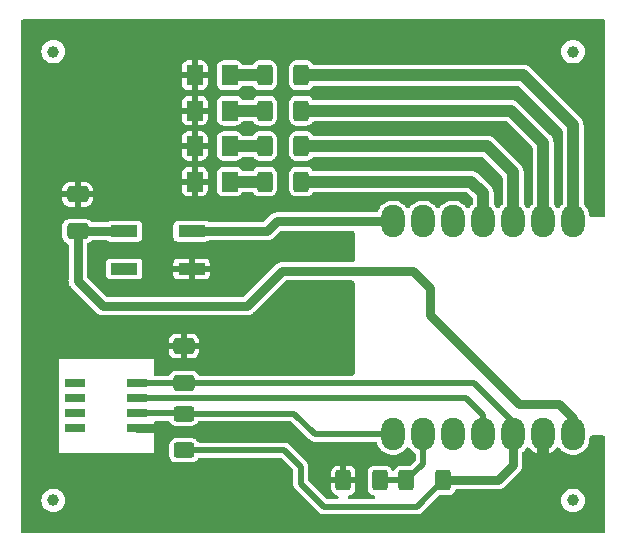
<source format=gbr>
%TF.GenerationSoftware,KiCad,Pcbnew,7.0.5*%
%TF.CreationDate,2023-07-27T19:06:13-04:00*%
%TF.ProjectId,Board_To_Be_Tested,426f6172-645f-4546-9f5f-42655f546573,rev?*%
%TF.SameCoordinates,Original*%
%TF.FileFunction,Copper,L1,Top*%
%TF.FilePolarity,Positive*%
%FSLAX46Y46*%
G04 Gerber Fmt 4.6, Leading zero omitted, Abs format (unit mm)*
G04 Created by KiCad (PCBNEW 7.0.5) date 2023-07-27 19:06:13*
%MOMM*%
%LPD*%
G01*
G04 APERTURE LIST*
G04 Aperture macros list*
%AMRoundRect*
0 Rectangle with rounded corners*
0 $1 Rounding radius*
0 $2 $3 $4 $5 $6 $7 $8 $9 X,Y pos of 4 corners*
0 Add a 4 corners polygon primitive as box body*
4,1,4,$2,$3,$4,$5,$6,$7,$8,$9,$2,$3,0*
0 Add four circle primitives for the rounded corners*
1,1,$1+$1,$2,$3*
1,1,$1+$1,$4,$5*
1,1,$1+$1,$6,$7*
1,1,$1+$1,$8,$9*
0 Add four rect primitives between the rounded corners*
20,1,$1+$1,$2,$3,$4,$5,0*
20,1,$1+$1,$4,$5,$6,$7,0*
20,1,$1+$1,$6,$7,$8,$9,0*
20,1,$1+$1,$8,$9,$2,$3,0*%
G04 Aperture macros list end*
%TA.AperFunction,SMDPad,CuDef*%
%ADD10RoundRect,1.000000X0.000000X0.375000X0.000000X-0.375000X0.000000X-0.375000X0.000000X0.375000X0*%
%TD*%
%TA.AperFunction,SMDPad,CuDef*%
%ADD11R,2.300000X1.000000*%
%TD*%
%TA.AperFunction,SMDPad,CuDef*%
%ADD12R,1.800000X0.800000*%
%TD*%
%TA.AperFunction,SMDPad,CuDef*%
%ADD13RoundRect,0.250000X0.625000X-0.400000X0.625000X0.400000X-0.625000X0.400000X-0.625000X-0.400000X0*%
%TD*%
%TA.AperFunction,SMDPad,CuDef*%
%ADD14RoundRect,0.250000X-0.400000X-0.625000X0.400000X-0.625000X0.400000X0.625000X-0.400000X0.625000X0*%
%TD*%
%TA.AperFunction,SMDPad,CuDef*%
%ADD15C,1.000000*%
%TD*%
%TA.AperFunction,SMDPad,CuDef*%
%ADD16RoundRect,0.250001X-0.462499X-0.624999X0.462499X-0.624999X0.462499X0.624999X-0.462499X0.624999X0*%
%TD*%
%TA.AperFunction,SMDPad,CuDef*%
%ADD17RoundRect,0.250000X0.650000X-0.412500X0.650000X0.412500X-0.650000X0.412500X-0.650000X-0.412500X0*%
%TD*%
%TA.AperFunction,Conductor*%
%ADD18C,0.508000*%
%TD*%
%TA.AperFunction,Conductor*%
%ADD19C,0.762000*%
%TD*%
%TA.AperFunction,Conductor*%
%ADD20C,1.016000*%
%TD*%
G04 APERTURE END LIST*
D10*
%TO.P,U2,14,5V*%
%TO.N,VBUS*%
X172000750Y-99384000D03*
%TO.P,U2,13,GND*%
%TO.N,GND*%
X169460750Y-99384000D03*
%TO.P,U2,12,3V3*%
%TO.N,+3V3*%
X166920750Y-99384000D03*
%TO.P,U2,11,PA6_A10_D10_MOSI*%
%TO.N,/SHT_CLK*%
X164380750Y-99384000D03*
%TO.P,U2,10,PA5_A9_D9_MISO*%
%TO.N,unconnected-(U2-PA5_A9_D9_MISO-Pad10)*%
X161840750Y-99384000D03*
%TO.P,U2,9,PA7_A8_D8_SCK*%
%TO.N,/A0*%
X159300750Y-99384000D03*
%TO.P,U2,8,PB09_A7_D7_RX*%
%TO.N,/SHT_DATA*%
X156760750Y-99384000D03*
%TO.P,U2,1,PA02_A0_D0*%
%TO.N,/LED1*%
X172000750Y-81384000D03*
%TO.P,U2,2,PA4_A1_D1*%
%TO.N,/LED2*%
X169460750Y-81384000D03*
%TO.P,U2,3,PA10_A2_D2*%
%TO.N,/LED3*%
X166920750Y-81384000D03*
%TO.P,U2,4,PA11_A3_D3*%
%TO.N,/LED4*%
X164380750Y-81384000D03*
%TO.P,U2,5,PA8_A4_D4_SDA*%
%TO.N,/SDA*%
X161840750Y-81384000D03*
%TO.P,U2,6,PA9_A5_D5_SCL*%
%TO.N,/SCL*%
X159300750Y-81384000D03*
%TO.P,U2,7,PB08_A6_D6_TX*%
%TO.N,/DIN*%
X156760750Y-81384000D03*
%TD*%
D11*
%TO.P,D1,4,DOUT*%
%TO.N,unconnected-(D1-DOUT-Pad4)*%
X134000000Y-85400000D03*
%TO.P,D1,3,VDD*%
%TO.N,VBUS*%
X134000000Y-82200000D03*
%TO.P,D1,2,DIN*%
%TO.N,/DIN*%
X139700000Y-82200000D03*
%TO.P,D1,1,VSS*%
%TO.N,GND*%
X139700000Y-85400000D03*
%TD*%
D12*
%TO.P,U1,5*%
%TO.N,N/C*%
X129810000Y-95095000D03*
%TO.P,U1,8*%
X129810000Y-98905000D03*
%TO.P,U1,6*%
X129810000Y-96365000D03*
%TO.P,U1,7*%
X129810000Y-97635000D03*
%TO.P,U1,4,VDD*%
%TO.N,+3V3*%
X135090000Y-95095000D03*
%TO.P,U1,1,GND*%
%TO.N,GND*%
X135090000Y-98905000D03*
%TO.P,U1,3,SCK*%
%TO.N,/SHT_CLK*%
X135090000Y-96365000D03*
%TO.P,U1,2,DATA*%
%TO.N,/SHT_DATA*%
X135090000Y-97635000D03*
%TD*%
D13*
%TO.P,R7,1*%
%TO.N,+3V3*%
X139050000Y-100750000D03*
%TO.P,R7,2*%
%TO.N,/SHT_DATA*%
X139050000Y-97650000D03*
%TD*%
D14*
%TO.P,R6,1*%
%TO.N,Net-(D5-A)*%
X145900000Y-78000000D03*
%TO.P,R6,2*%
%TO.N,/LED4*%
X149000000Y-78000000D03*
%TD*%
%TO.P,R5,1*%
%TO.N,GND*%
X152550000Y-103300000D03*
%TO.P,R5,2*%
%TO.N,/A0*%
X155650000Y-103300000D03*
%TD*%
%TO.P,R4,1*%
%TO.N,/A0*%
X157900000Y-103300000D03*
%TO.P,R4,2*%
%TO.N,+3V3*%
X161000000Y-103300000D03*
%TD*%
%TO.P,R3,1*%
%TO.N,Net-(D4-A)*%
X145900000Y-75000000D03*
%TO.P,R3,2*%
%TO.N,/LED3*%
X149000000Y-75000000D03*
%TD*%
%TO.P,R2,1*%
%TO.N,Net-(D3-A)*%
X145900000Y-72000000D03*
%TO.P,R2,2*%
%TO.N,/LED2*%
X149000000Y-72000000D03*
%TD*%
%TO.P,R1,1*%
%TO.N,Net-(D2-A)*%
X145900000Y-69000000D03*
%TO.P,R1,2*%
%TO.N,/LED1*%
X149000000Y-69000000D03*
%TD*%
D15*
%TO.P,FID4,*%
%TO.N,*%
X172000000Y-105000000D03*
%TD*%
%TO.P,FID3,*%
%TO.N,*%
X128000000Y-105000000D03*
%TD*%
%TO.P,FID2,*%
%TO.N,*%
X172000000Y-67000000D03*
%TD*%
%TO.P,FID1,*%
%TO.N,*%
X128000000Y-67000000D03*
%TD*%
D16*
%TO.P,D5,1,K*%
%TO.N,GND*%
X139962500Y-78000000D03*
%TO.P,D5,2,A*%
%TO.N,Net-(D5-A)*%
X142937500Y-78000000D03*
%TD*%
%TO.P,D4,1,K*%
%TO.N,GND*%
X139962500Y-75000000D03*
%TO.P,D4,2,A*%
%TO.N,Net-(D4-A)*%
X142937500Y-75000000D03*
%TD*%
%TO.P,D3,1,K*%
%TO.N,GND*%
X139962500Y-72000000D03*
%TO.P,D3,2,A*%
%TO.N,Net-(D3-A)*%
X142937500Y-72000000D03*
%TD*%
%TO.P,D2,1,K*%
%TO.N,GND*%
X139962500Y-69000000D03*
%TO.P,D2,2,A*%
%TO.N,Net-(D2-A)*%
X142937500Y-69000000D03*
%TD*%
D17*
%TO.P,C2,1*%
%TO.N,VBUS*%
X130050000Y-82212500D03*
%TO.P,C2,2*%
%TO.N,GND*%
X130050000Y-79087500D03*
%TD*%
%TO.P,C1,1*%
%TO.N,+3V3*%
X139050000Y-95062500D03*
%TO.P,C1,2*%
%TO.N,GND*%
X139050000Y-91937500D03*
%TD*%
D18*
%TO.N,+3V3*%
X150900000Y-105550000D02*
X148950000Y-103600000D01*
X158750000Y-105550000D02*
X150900000Y-105550000D01*
X148950000Y-102150000D02*
X148950000Y-103600000D01*
X161000000Y-103300000D02*
X158750000Y-105550000D01*
D19*
%TO.N,/DIN*%
X146916000Y-81384000D02*
X146100000Y-82200000D01*
X156760750Y-81384000D02*
X146916000Y-81384000D01*
X139700000Y-82200000D02*
X146100000Y-82200000D01*
%TO.N,GND*%
X135090000Y-98905000D02*
X136905000Y-98905000D01*
D20*
%TO.N,/LED4*%
X163400000Y-78000000D02*
X164380750Y-78980750D01*
X164380750Y-78980750D02*
X164380750Y-81384000D01*
X149000000Y-78000000D02*
X163400000Y-78000000D01*
D18*
%TO.N,+3V3*%
X166920750Y-98370750D02*
X166920750Y-99384000D01*
X163612500Y-95062500D02*
X166920750Y-98370750D01*
X139050000Y-95062500D02*
X163612500Y-95062500D01*
X139017500Y-95095000D02*
X139050000Y-95062500D01*
X135090000Y-95095000D02*
X139017500Y-95095000D01*
%TO.N,/SHT_CLK*%
X164380750Y-97780750D02*
X164380750Y-99384000D01*
X162965000Y-96365000D02*
X164380750Y-97780750D01*
X135090000Y-96365000D02*
X162965000Y-96365000D01*
%TO.N,+3V3*%
X139050000Y-100750000D02*
X147550000Y-100750000D01*
X147550000Y-100750000D02*
X148950000Y-102150000D01*
D19*
X166920750Y-102029250D02*
X166920750Y-99384000D01*
X165650000Y-103300000D02*
X166920750Y-102029250D01*
X161000000Y-103300000D02*
X165650000Y-103300000D01*
D18*
%TO.N,/A0*%
X159300750Y-101899250D02*
X159300750Y-99384000D01*
X157900000Y-103300000D02*
X159300750Y-101899250D01*
X155650000Y-103300000D02*
X157900000Y-103300000D01*
%TO.N,/SHT_DATA*%
X150134000Y-99384000D02*
X156760750Y-99384000D01*
X148400000Y-97650000D02*
X150134000Y-99384000D01*
X139050000Y-97650000D02*
X148400000Y-97650000D01*
D19*
%TO.N,+3V3*%
X161037500Y-103337500D02*
X161000000Y-103300000D01*
%TO.N,VBUS*%
X130050000Y-86400000D02*
X130050000Y-82212500D01*
X132200000Y-88550000D02*
X130050000Y-86400000D01*
X144400000Y-88550000D02*
X132200000Y-88550000D01*
X147350000Y-85600000D02*
X144400000Y-88550000D01*
X158450000Y-85600000D02*
X147350000Y-85600000D01*
X159900000Y-87050000D02*
X158450000Y-85600000D01*
X159900000Y-89300000D02*
X159900000Y-87050000D01*
X167400000Y-96800000D02*
X159900000Y-89300000D01*
X170800000Y-96800000D02*
X167400000Y-96800000D01*
X172000750Y-98000750D02*
X170800000Y-96800000D01*
X172000750Y-99384000D02*
X172000750Y-98000750D01*
D20*
%TO.N,GND*%
X169460750Y-99384000D02*
X169460750Y-102339250D01*
%TO.N,/LED3*%
X166920750Y-81384000D02*
X166920750Y-77220750D01*
%TO.N,/LED2*%
X169460750Y-81384000D02*
X169460750Y-74710750D01*
%TO.N,/LED1*%
X172000750Y-81384000D02*
X172000750Y-73250750D01*
D18*
%TO.N,/SHT_DATA*%
X135090000Y-97635000D02*
X139035000Y-97635000D01*
X139035000Y-97635000D02*
X139050000Y-97650000D01*
D19*
%TO.N,VBUS*%
X133987500Y-82212500D02*
X134000000Y-82200000D01*
X130050000Y-82212500D02*
X133987500Y-82212500D01*
D20*
%TO.N,Net-(D5-A)*%
X145900000Y-78000000D02*
X142937500Y-78000000D01*
%TO.N,Net-(D4-A)*%
X142937500Y-75000000D02*
X145900000Y-75000000D01*
%TO.N,Net-(D3-A)*%
X142937500Y-72000000D02*
X145900000Y-72000000D01*
%TO.N,Net-(D2-A)*%
X145900000Y-69000000D02*
X142937500Y-69000000D01*
%TO.N,/LED3*%
X164700000Y-75000000D02*
X166920750Y-77220750D01*
X149000000Y-75000000D02*
X164700000Y-75000000D01*
%TO.N,/LED2*%
X166750000Y-72000000D02*
X169460750Y-74710750D01*
X149000000Y-72000000D02*
X166750000Y-72000000D01*
%TO.N,/LED1*%
X167750000Y-69000000D02*
X149000000Y-69000000D01*
X172000750Y-73250750D02*
X167750000Y-69000000D01*
%TD*%
%TA.AperFunction,Conductor*%
%TO.N,GND*%
G36*
X174638221Y-64273266D02*
G01*
X174704157Y-64325849D01*
X174740749Y-64401832D01*
X174745500Y-64444000D01*
X174745500Y-80810500D01*
X174726734Y-80892721D01*
X174674151Y-80958657D01*
X174598168Y-80995249D01*
X174556000Y-81000000D01*
X173562471Y-81000000D01*
X173480250Y-80981234D01*
X173414314Y-80928651D01*
X173377722Y-80852668D01*
X173376419Y-80846483D01*
X173334791Y-80631243D01*
X173334790Y-80631242D01*
X173334789Y-80631233D01*
X173251757Y-80411213D01*
X173155114Y-80246525D01*
X173132736Y-80208390D01*
X172981150Y-80028600D01*
X172981144Y-80028594D01*
X172957600Y-80008744D01*
X172906836Y-79941398D01*
X172890250Y-79863866D01*
X172890250Y-73335669D01*
X172892583Y-73306026D01*
X172893924Y-73297560D01*
X172890379Y-73229935D01*
X172890250Y-73224980D01*
X172890250Y-73204136D01*
X172890250Y-73204130D01*
X172888067Y-73183374D01*
X172887682Y-73178486D01*
X172884138Y-73110835D01*
X172881919Y-73102555D01*
X172876501Y-73073317D01*
X172875605Y-73064796D01*
X172875605Y-73064794D01*
X172854670Y-73000364D01*
X172853267Y-72995624D01*
X172849761Y-72982538D01*
X172835744Y-72930225D01*
X172831849Y-72922582D01*
X172820474Y-72895119D01*
X172817825Y-72886965D01*
X172783946Y-72828285D01*
X172781602Y-72823968D01*
X172762699Y-72786869D01*
X172750855Y-72763622D01*
X172745463Y-72756964D01*
X172728617Y-72732452D01*
X172724335Y-72725035D01*
X172691680Y-72688768D01*
X172679017Y-72674705D01*
X172675807Y-72670945D01*
X172662693Y-72654750D01*
X172647943Y-72640000D01*
X172644528Y-72636401D01*
X172599219Y-72586080D01*
X172592282Y-72581040D01*
X172569672Y-72561729D01*
X168439017Y-68431074D01*
X168419708Y-68408466D01*
X168414669Y-68401530D01*
X168364341Y-68356215D01*
X168360750Y-68352807D01*
X168360750Y-68352806D01*
X168346006Y-68338063D01*
X168329804Y-68324942D01*
X168326035Y-68321723D01*
X168314433Y-68311277D01*
X168275715Y-68276415D01*
X168275713Y-68276413D01*
X168275711Y-68276412D01*
X168275710Y-68276411D01*
X168268286Y-68272125D01*
X168243782Y-68255283D01*
X168237131Y-68249897D01*
X168237121Y-68249890D01*
X168176790Y-68219150D01*
X168172431Y-68216784D01*
X168144852Y-68200862D01*
X168113785Y-68182925D01*
X168113783Y-68182924D01*
X168113781Y-68182923D01*
X168105622Y-68180272D01*
X168078161Y-68168897D01*
X168070525Y-68165006D01*
X168005092Y-68147472D01*
X168000349Y-68146067D01*
X167978396Y-68138934D01*
X167935961Y-68125146D01*
X167935958Y-68125145D01*
X167935956Y-68125145D01*
X167927425Y-68124248D01*
X167898197Y-68118830D01*
X167889913Y-68116610D01*
X167889914Y-68116610D01*
X167851523Y-68114599D01*
X167822265Y-68113065D01*
X167817345Y-68112678D01*
X167796624Y-68110500D01*
X167796620Y-68110500D01*
X167775775Y-68110500D01*
X167770822Y-68110370D01*
X167740537Y-68108783D01*
X167703194Y-68106826D01*
X167703187Y-68106826D01*
X167696578Y-68107873D01*
X167694722Y-68108167D01*
X167665078Y-68110500D01*
X150085333Y-68110500D01*
X150003112Y-68091734D01*
X149937176Y-68039151D01*
X149922227Y-68017471D01*
X149902949Y-67984873D01*
X149790127Y-67872051D01*
X149729015Y-67835910D01*
X149652794Y-67790833D01*
X149652793Y-67790832D01*
X149652792Y-67790832D01*
X149499574Y-67746318D01*
X149463770Y-67743500D01*
X148536230Y-67743500D01*
X148529865Y-67744001D01*
X148500426Y-67746318D01*
X148347205Y-67790833D01*
X148209875Y-67872049D01*
X148097049Y-67984875D01*
X148015833Y-68122205D01*
X148015832Y-68122207D01*
X148015832Y-68122208D01*
X147971318Y-68275426D01*
X147968500Y-68311230D01*
X147968500Y-69688770D01*
X147971312Y-69724497D01*
X147971318Y-69724573D01*
X148015833Y-69877794D01*
X148097048Y-70015123D01*
X148097051Y-70015127D01*
X148209873Y-70127949D01*
X148347208Y-70209168D01*
X148500426Y-70253682D01*
X148536230Y-70256500D01*
X148536231Y-70256500D01*
X149463769Y-70256500D01*
X149463770Y-70256500D01*
X149499574Y-70253682D01*
X149652792Y-70209168D01*
X149790127Y-70127949D01*
X149902949Y-70015127D01*
X149922223Y-69982535D01*
X149980228Y-69921320D01*
X150059051Y-69891331D01*
X150085333Y-69889500D01*
X167303063Y-69889500D01*
X167385284Y-69908266D01*
X167437060Y-69945003D01*
X171055747Y-73563689D01*
X171100616Y-73635098D01*
X171111250Y-73697686D01*
X171111250Y-79863866D01*
X171092484Y-79946087D01*
X171043900Y-80008744D01*
X171020355Y-80028594D01*
X171020355Y-80028595D01*
X171020352Y-80028597D01*
X171020350Y-80028600D01*
X170936387Y-80128186D01*
X170875628Y-80200250D01*
X170808281Y-80251013D01*
X170725579Y-80267528D01*
X170643900Y-80246525D01*
X170585872Y-80200250D01*
X170585871Y-80200249D01*
X170441150Y-80028600D01*
X170441144Y-80028594D01*
X170417600Y-80008744D01*
X170366836Y-79941398D01*
X170350250Y-79863866D01*
X170350250Y-74795668D01*
X170352583Y-74766025D01*
X170353924Y-74757559D01*
X170350379Y-74689934D01*
X170350250Y-74684979D01*
X170350250Y-74664136D01*
X170350250Y-74664130D01*
X170348068Y-74643378D01*
X170347682Y-74638484D01*
X170344138Y-74570834D01*
X170341922Y-74562564D01*
X170336501Y-74533313D01*
X170335606Y-74524797D01*
X170335605Y-74524795D01*
X170335605Y-74524794D01*
X170314672Y-74460369D01*
X170313282Y-74455679D01*
X170295744Y-74390225D01*
X170291849Y-74382582D01*
X170280474Y-74355119D01*
X170277825Y-74346965D01*
X170272685Y-74338063D01*
X170264212Y-74323386D01*
X170243946Y-74288285D01*
X170241602Y-74283968D01*
X170222699Y-74246869D01*
X170210855Y-74223622D01*
X170205463Y-74216964D01*
X170188617Y-74192452D01*
X170184335Y-74185035D01*
X170150513Y-74147472D01*
X170139017Y-74134705D01*
X170135807Y-74130945D01*
X170122693Y-74114750D01*
X170107943Y-74100000D01*
X170104528Y-74096401D01*
X170059219Y-74046080D01*
X170052282Y-74041040D01*
X170029672Y-74021729D01*
X167439017Y-71431074D01*
X167419708Y-71408466D01*
X167414669Y-71401530D01*
X167364341Y-71356215D01*
X167360750Y-71352807D01*
X167360750Y-71352806D01*
X167346006Y-71338063D01*
X167329804Y-71324942D01*
X167326035Y-71321723D01*
X167314433Y-71311277D01*
X167275715Y-71276415D01*
X167275713Y-71276413D01*
X167275711Y-71276412D01*
X167275710Y-71276411D01*
X167268286Y-71272125D01*
X167243782Y-71255283D01*
X167237131Y-71249897D01*
X167237121Y-71249890D01*
X167176790Y-71219150D01*
X167172431Y-71216784D01*
X167144852Y-71200862D01*
X167113785Y-71182925D01*
X167113783Y-71182924D01*
X167113781Y-71182923D01*
X167105622Y-71180272D01*
X167078161Y-71168897D01*
X167070525Y-71165006D01*
X167005092Y-71147472D01*
X167000349Y-71146067D01*
X166978396Y-71138934D01*
X166935961Y-71125146D01*
X166935958Y-71125145D01*
X166935956Y-71125145D01*
X166927425Y-71124248D01*
X166898197Y-71118830D01*
X166889913Y-71116610D01*
X166889914Y-71116610D01*
X166851523Y-71114599D01*
X166822265Y-71113065D01*
X166817345Y-71112678D01*
X166796624Y-71110500D01*
X166796620Y-71110500D01*
X166775775Y-71110500D01*
X166770822Y-71110370D01*
X166740537Y-71108783D01*
X166703194Y-71106826D01*
X166703187Y-71106826D01*
X166696578Y-71107873D01*
X166694722Y-71108167D01*
X166665078Y-71110500D01*
X150085333Y-71110500D01*
X150003112Y-71091734D01*
X149937176Y-71039151D01*
X149922227Y-71017471D01*
X149902949Y-70984873D01*
X149790127Y-70872051D01*
X149652792Y-70790832D01*
X149499574Y-70746318D01*
X149463770Y-70743500D01*
X148536230Y-70743500D01*
X148529865Y-70744001D01*
X148500426Y-70746318D01*
X148347205Y-70790833D01*
X148209875Y-70872049D01*
X148097049Y-70984875D01*
X148015833Y-71122205D01*
X148015832Y-71122207D01*
X148015832Y-71122208D01*
X147971318Y-71275426D01*
X147968500Y-71311230D01*
X147968500Y-72688770D01*
X147971318Y-72724574D01*
X148000832Y-72826163D01*
X148015833Y-72877794D01*
X148097048Y-73015123D01*
X148097051Y-73015127D01*
X148209873Y-73127949D01*
X148347208Y-73209168D01*
X148500426Y-73253682D01*
X148536230Y-73256500D01*
X148536231Y-73256500D01*
X149463769Y-73256500D01*
X149463770Y-73256500D01*
X149499574Y-73253682D01*
X149652792Y-73209168D01*
X149790127Y-73127949D01*
X149902949Y-73015127D01*
X149922223Y-72982535D01*
X149980228Y-72921320D01*
X150059051Y-72891331D01*
X150085333Y-72889500D01*
X166303063Y-72889500D01*
X166385284Y-72908266D01*
X166437060Y-72945002D01*
X168515748Y-75023691D01*
X168560616Y-75095098D01*
X168571250Y-75157686D01*
X168571250Y-79863866D01*
X168552484Y-79946087D01*
X168503900Y-80008744D01*
X168480355Y-80028594D01*
X168480355Y-80028595D01*
X168480352Y-80028597D01*
X168480350Y-80028600D01*
X168396387Y-80128186D01*
X168335628Y-80200250D01*
X168268281Y-80251013D01*
X168185579Y-80267528D01*
X168103900Y-80246525D01*
X168045872Y-80200250D01*
X168045871Y-80200249D01*
X167901150Y-80028600D01*
X167901144Y-80028594D01*
X167877600Y-80008744D01*
X167826836Y-79941398D01*
X167810250Y-79863866D01*
X167810250Y-77305669D01*
X167812583Y-77276026D01*
X167812666Y-77275502D01*
X167813924Y-77267560D01*
X167812998Y-77249897D01*
X167810380Y-77199933D01*
X167810250Y-77194974D01*
X167810250Y-77174135D01*
X167810249Y-77174125D01*
X167808068Y-77153382D01*
X167807685Y-77148522D01*
X167804139Y-77080835D01*
X167801917Y-77072545D01*
X167796500Y-77043310D01*
X167795605Y-77034794D01*
X167774669Y-76970361D01*
X167773269Y-76965632D01*
X167755744Y-76900226D01*
X167751851Y-76892587D01*
X167740472Y-76865113D01*
X167737824Y-76856963D01*
X167737824Y-76856962D01*
X167703972Y-76798331D01*
X167701603Y-76793969D01*
X167670858Y-76733627D01*
X167670857Y-76733625D01*
X167665461Y-76726962D01*
X167648617Y-76702453D01*
X167644335Y-76695035D01*
X167599027Y-76644715D01*
X167595805Y-76640943D01*
X167582695Y-76624754D01*
X167582687Y-76624744D01*
X167567941Y-76609998D01*
X167564528Y-76606401D01*
X167519219Y-76556080D01*
X167512282Y-76551040D01*
X167489672Y-76531729D01*
X165389017Y-74431074D01*
X165369708Y-74408466D01*
X165364669Y-74401530D01*
X165314341Y-74356215D01*
X165310750Y-74352807D01*
X165304904Y-74346961D01*
X165296006Y-74338063D01*
X165279804Y-74324942D01*
X165276035Y-74321723D01*
X165264433Y-74311277D01*
X165225715Y-74276415D01*
X165225713Y-74276413D01*
X165225711Y-74276412D01*
X165225710Y-74276411D01*
X165218286Y-74272125D01*
X165193782Y-74255283D01*
X165187131Y-74249897D01*
X165187121Y-74249890D01*
X165126790Y-74219150D01*
X165122431Y-74216784D01*
X165080286Y-74192452D01*
X165063785Y-74182925D01*
X165063783Y-74182924D01*
X165063781Y-74182923D01*
X165055622Y-74180272D01*
X165028161Y-74168897D01*
X165020525Y-74165006D01*
X164955092Y-74147472D01*
X164950349Y-74146067D01*
X164928396Y-74138934D01*
X164885961Y-74125146D01*
X164885958Y-74125145D01*
X164885956Y-74125145D01*
X164877425Y-74124248D01*
X164848197Y-74118830D01*
X164839913Y-74116610D01*
X164839914Y-74116610D01*
X164801523Y-74114599D01*
X164772265Y-74113065D01*
X164767345Y-74112678D01*
X164746624Y-74110500D01*
X164746620Y-74110500D01*
X164725775Y-74110500D01*
X164720822Y-74110370D01*
X164690537Y-74108783D01*
X164653194Y-74106826D01*
X164653187Y-74106826D01*
X164646578Y-74107873D01*
X164644722Y-74108167D01*
X164615078Y-74110500D01*
X150085333Y-74110500D01*
X150003112Y-74091734D01*
X149937176Y-74039151D01*
X149922227Y-74017471D01*
X149902949Y-73984873D01*
X149790127Y-73872051D01*
X149652792Y-73790832D01*
X149499574Y-73746318D01*
X149463770Y-73743500D01*
X148536230Y-73743500D01*
X148529865Y-73744001D01*
X148500426Y-73746318D01*
X148347205Y-73790833D01*
X148209875Y-73872049D01*
X148097049Y-73984875D01*
X148015833Y-74122205D01*
X148015832Y-74122207D01*
X148015832Y-74122208D01*
X147971318Y-74275426D01*
X147968500Y-74311230D01*
X147968500Y-75688770D01*
X147971312Y-75724497D01*
X147971318Y-75724573D01*
X148015833Y-75877794D01*
X148097048Y-76015123D01*
X148097051Y-76015127D01*
X148209873Y-76127949D01*
X148347208Y-76209168D01*
X148500426Y-76253682D01*
X148536230Y-76256500D01*
X148536231Y-76256500D01*
X149463769Y-76256500D01*
X149463770Y-76256500D01*
X149499574Y-76253682D01*
X149652792Y-76209168D01*
X149790127Y-76127949D01*
X149902949Y-76015127D01*
X149922223Y-75982535D01*
X149980228Y-75921320D01*
X150059051Y-75891331D01*
X150085333Y-75889500D01*
X164253063Y-75889500D01*
X164335284Y-75908266D01*
X164387060Y-75945003D01*
X165975747Y-77533690D01*
X166020616Y-77605099D01*
X166031250Y-77667687D01*
X166031250Y-79863866D01*
X166012484Y-79946087D01*
X165963900Y-80008744D01*
X165940355Y-80028594D01*
X165940355Y-80028595D01*
X165940352Y-80028597D01*
X165940350Y-80028600D01*
X165856387Y-80128186D01*
X165795628Y-80200250D01*
X165728281Y-80251013D01*
X165645579Y-80267528D01*
X165563900Y-80246525D01*
X165505872Y-80200249D01*
X165361155Y-80028605D01*
X165361149Y-80028599D01*
X165337599Y-80008744D01*
X165286835Y-79941398D01*
X165270249Y-79863866D01*
X165270249Y-79563723D01*
X165270249Y-79065656D01*
X165272581Y-79036036D01*
X165273924Y-79027560D01*
X165270379Y-78959926D01*
X165270250Y-78954974D01*
X165270250Y-78934135D01*
X165270249Y-78934125D01*
X165268068Y-78913382D01*
X165267685Y-78908522D01*
X165264139Y-78840835D01*
X165261917Y-78832545D01*
X165256500Y-78803310D01*
X165255605Y-78794794D01*
X165234669Y-78730361D01*
X165233269Y-78725632D01*
X165232986Y-78724574D01*
X165215744Y-78660226D01*
X165211851Y-78652587D01*
X165200472Y-78625113D01*
X165197824Y-78616963D01*
X165197824Y-78616962D01*
X165163972Y-78558331D01*
X165161603Y-78553969D01*
X165130858Y-78493627D01*
X165130857Y-78493625D01*
X165125461Y-78486962D01*
X165108617Y-78462453D01*
X165104335Y-78455035D01*
X165059027Y-78404715D01*
X165055805Y-78400943D01*
X165042695Y-78384754D01*
X165042687Y-78384744D01*
X165027941Y-78369998D01*
X165024528Y-78366401D01*
X164979219Y-78316080D01*
X164972282Y-78311040D01*
X164949672Y-78291729D01*
X164089017Y-77431074D01*
X164069708Y-77408466D01*
X164064669Y-77401530D01*
X164014341Y-77356215D01*
X164010750Y-77352807D01*
X164010750Y-77352806D01*
X163996006Y-77338063D01*
X163979804Y-77324942D01*
X163976035Y-77321723D01*
X163964433Y-77311277D01*
X163925715Y-77276415D01*
X163925713Y-77276413D01*
X163925711Y-77276412D01*
X163925710Y-77276411D01*
X163918286Y-77272125D01*
X163893782Y-77255283D01*
X163887131Y-77249897D01*
X163887121Y-77249890D01*
X163826790Y-77219150D01*
X163822431Y-77216784D01*
X163784654Y-77194974D01*
X163763785Y-77182925D01*
X163763783Y-77182924D01*
X163763781Y-77182923D01*
X163755622Y-77180272D01*
X163728161Y-77168897D01*
X163720525Y-77165006D01*
X163655092Y-77147472D01*
X163650349Y-77146067D01*
X163628396Y-77138934D01*
X163585961Y-77125146D01*
X163585958Y-77125145D01*
X163585956Y-77125145D01*
X163577425Y-77124248D01*
X163548197Y-77118830D01*
X163539913Y-77116610D01*
X163539914Y-77116610D01*
X163501523Y-77114599D01*
X163472265Y-77113065D01*
X163467345Y-77112678D01*
X163446624Y-77110500D01*
X163446620Y-77110500D01*
X163425775Y-77110500D01*
X163420822Y-77110370D01*
X163390537Y-77108783D01*
X163353194Y-77106826D01*
X163353187Y-77106826D01*
X163346578Y-77107873D01*
X163344722Y-77108167D01*
X163315078Y-77110500D01*
X150085333Y-77110500D01*
X150003112Y-77091734D01*
X149937176Y-77039151D01*
X149922227Y-77017471D01*
X149902949Y-76984873D01*
X149790127Y-76872051D01*
X149778395Y-76865113D01*
X149652794Y-76790833D01*
X149652793Y-76790832D01*
X149652792Y-76790832D01*
X149499574Y-76746318D01*
X149463770Y-76743500D01*
X148536230Y-76743500D01*
X148500451Y-76746316D01*
X148500426Y-76746318D01*
X148347205Y-76790833D01*
X148209875Y-76872049D01*
X148097049Y-76984875D01*
X148015833Y-77122205D01*
X148015832Y-77122207D01*
X148015832Y-77122208D01*
X147971318Y-77275426D01*
X147968500Y-77311230D01*
X147968500Y-78688770D01*
X147971318Y-78724574D01*
X148002963Y-78833498D01*
X148015833Y-78877794D01*
X148097048Y-79015123D01*
X148097051Y-79015127D01*
X148209873Y-79127949D01*
X148347208Y-79209168D01*
X148500426Y-79253682D01*
X148536230Y-79256500D01*
X148536231Y-79256500D01*
X149463769Y-79256500D01*
X149463770Y-79256500D01*
X149499574Y-79253682D01*
X149652792Y-79209168D01*
X149790127Y-79127949D01*
X149902949Y-79015127D01*
X149922223Y-78982535D01*
X149980228Y-78921320D01*
X150059051Y-78891331D01*
X150085333Y-78889500D01*
X162953063Y-78889500D01*
X163035284Y-78908266D01*
X163087060Y-78945003D01*
X163435747Y-79293690D01*
X163480616Y-79365099D01*
X163491250Y-79427687D01*
X163491250Y-79863866D01*
X163472484Y-79946087D01*
X163423900Y-80008744D01*
X163400355Y-80028594D01*
X163400355Y-80028595D01*
X163400352Y-80028597D01*
X163400350Y-80028600D01*
X163316387Y-80128186D01*
X163255628Y-80200250D01*
X163188281Y-80251013D01*
X163105579Y-80267528D01*
X163023900Y-80246525D01*
X162965872Y-80200250D01*
X162965871Y-80200249D01*
X162821150Y-80028600D01*
X162730250Y-79951960D01*
X162641359Y-79877013D01*
X162490816Y-79788671D01*
X162438537Y-79757993D01*
X162438535Y-79757992D01*
X162438533Y-79757991D01*
X162218521Y-79674962D01*
X162218506Y-79674958D01*
X161987640Y-79630308D01*
X161987624Y-79630306D01*
X161934794Y-79627500D01*
X161746724Y-79627500D01*
X161746680Y-79627502D01*
X161693875Y-79630305D01*
X161462993Y-79674958D01*
X161462978Y-79674962D01*
X161242966Y-79757991D01*
X161040140Y-79877013D01*
X160860353Y-80028597D01*
X160860352Y-80028598D01*
X160860350Y-80028600D01*
X160776387Y-80128186D01*
X160715628Y-80200250D01*
X160648281Y-80251013D01*
X160565579Y-80267528D01*
X160483900Y-80246525D01*
X160425872Y-80200250D01*
X160425871Y-80200249D01*
X160281150Y-80028600D01*
X160190250Y-79951960D01*
X160101359Y-79877013D01*
X159950816Y-79788671D01*
X159898537Y-79757993D01*
X159898535Y-79757992D01*
X159898533Y-79757991D01*
X159678521Y-79674962D01*
X159678506Y-79674958D01*
X159447640Y-79630308D01*
X159447624Y-79630306D01*
X159394794Y-79627500D01*
X159206724Y-79627500D01*
X159206680Y-79627502D01*
X159153875Y-79630305D01*
X158922993Y-79674958D01*
X158922978Y-79674962D01*
X158702966Y-79757991D01*
X158500140Y-79877013D01*
X158320353Y-80028597D01*
X158320352Y-80028598D01*
X158320350Y-80028600D01*
X158236387Y-80128186D01*
X158175628Y-80200250D01*
X158108281Y-80251013D01*
X158025579Y-80267528D01*
X157943900Y-80246525D01*
X157885872Y-80200250D01*
X157885871Y-80200249D01*
X157741150Y-80028600D01*
X157650250Y-79951960D01*
X157561359Y-79877013D01*
X157410816Y-79788671D01*
X157358537Y-79757993D01*
X157358535Y-79757992D01*
X157358533Y-79757991D01*
X157138521Y-79674962D01*
X157138506Y-79674958D01*
X156907640Y-79630308D01*
X156907624Y-79630306D01*
X156854794Y-79627500D01*
X156666724Y-79627500D01*
X156666680Y-79627502D01*
X156613875Y-79630305D01*
X156382993Y-79674958D01*
X156382978Y-79674962D01*
X156162966Y-79757991D01*
X155960140Y-79877013D01*
X155780353Y-80028597D01*
X155780347Y-80028603D01*
X155628763Y-80208390D01*
X155509741Y-80411216D01*
X155476648Y-80498908D01*
X155430060Y-80569208D01*
X155357584Y-80612331D01*
X155299353Y-80621500D01*
X146985352Y-80621500D01*
X146957886Y-80619499D01*
X146938327Y-80616634D01*
X146938326Y-80616633D01*
X146886832Y-80621139D01*
X146878570Y-80621500D01*
X146871588Y-80621500D01*
X146868492Y-80621861D01*
X146839849Y-80625208D01*
X146837113Y-80625488D01*
X146760764Y-80632168D01*
X146749953Y-80634401D01*
X146749819Y-80633754D01*
X146749542Y-80633816D01*
X146749694Y-80634457D01*
X146738964Y-80637000D01*
X146738958Y-80637001D01*
X146738958Y-80637002D01*
X146721444Y-80643376D01*
X146666925Y-80663219D01*
X146664323Y-80664123D01*
X146591560Y-80688234D01*
X146581558Y-80692898D01*
X146581278Y-80692298D01*
X146581025Y-80692421D01*
X146581323Y-80693013D01*
X146571458Y-80697967D01*
X146507420Y-80740085D01*
X146505099Y-80741563D01*
X146439853Y-80781810D01*
X146431198Y-80788654D01*
X146430787Y-80788134D01*
X146430563Y-80788316D01*
X146430989Y-80788823D01*
X146422537Y-80795914D01*
X146369950Y-80851653D01*
X146368031Y-80853629D01*
X145839665Y-81381996D01*
X145768256Y-81426866D01*
X145705668Y-81437500D01*
X141205516Y-81437500D01*
X141123295Y-81418734D01*
X141088000Y-81393691D01*
X141087529Y-81394351D01*
X141074748Y-81385226D01*
X141074746Y-81385224D01*
X141068143Y-81381996D01*
X140960365Y-81329305D01*
X140960364Y-81329304D01*
X140886212Y-81318500D01*
X140886206Y-81318500D01*
X138513794Y-81318500D01*
X138513787Y-81318500D01*
X138439635Y-81329304D01*
X138439634Y-81329305D01*
X138325257Y-81385222D01*
X138325252Y-81385225D01*
X138235225Y-81475252D01*
X138235222Y-81475257D01*
X138179305Y-81589634D01*
X138179304Y-81589635D01*
X138168500Y-81663787D01*
X138168500Y-82736212D01*
X138179304Y-82810364D01*
X138179305Y-82810365D01*
X138218774Y-82891098D01*
X138235224Y-82924746D01*
X138325254Y-83014776D01*
X138357424Y-83030503D01*
X138439634Y-83070694D01*
X138439635Y-83070695D01*
X138439637Y-83070695D01*
X138439639Y-83070696D01*
X138513794Y-83081500D01*
X138513799Y-83081500D01*
X140886201Y-83081500D01*
X140886206Y-83081500D01*
X140960361Y-83070696D01*
X140960362Y-83070695D01*
X140960364Y-83070695D01*
X140960365Y-83070694D01*
X141074746Y-83014776D01*
X141074752Y-83014769D01*
X141087529Y-83005649D01*
X141088659Y-83007232D01*
X141142928Y-82973134D01*
X141205516Y-82962500D01*
X146030647Y-82962500D01*
X146058112Y-82964500D01*
X146077672Y-82967366D01*
X146129169Y-82962861D01*
X146137431Y-82962500D01*
X146144408Y-82962500D01*
X146144412Y-82962500D01*
X146176146Y-82958790D01*
X146178848Y-82958513D01*
X146255240Y-82951831D01*
X146255241Y-82951830D01*
X146266048Y-82949599D01*
X146266183Y-82950256D01*
X146266456Y-82950195D01*
X146266302Y-82949543D01*
X146277037Y-82946998D01*
X146277042Y-82946998D01*
X146349131Y-82920759D01*
X146351667Y-82919878D01*
X146424440Y-82895765D01*
X146424443Y-82895763D01*
X146434448Y-82891098D01*
X146434732Y-82891707D01*
X146434972Y-82891591D01*
X146434670Y-82890990D01*
X146444531Y-82886036D01*
X146444539Y-82886034D01*
X146508588Y-82843906D01*
X146510912Y-82842427D01*
X146562892Y-82810365D01*
X146576149Y-82802188D01*
X146576156Y-82802180D01*
X146584803Y-82795344D01*
X146585222Y-82795874D01*
X146585438Y-82795698D01*
X146585004Y-82795181D01*
X146593450Y-82788092D01*
X146593462Y-82788085D01*
X146646107Y-82732283D01*
X146647985Y-82730351D01*
X147176336Y-82202003D01*
X147247745Y-82157134D01*
X147310332Y-82146500D01*
X153310500Y-82146500D01*
X153392721Y-82165266D01*
X153458657Y-82217849D01*
X153495249Y-82293832D01*
X153500000Y-82336000D01*
X153500000Y-84648000D01*
X153481234Y-84730221D01*
X153428651Y-84796157D01*
X153352668Y-84832749D01*
X153310500Y-84837500D01*
X147419353Y-84837500D01*
X147391887Y-84835499D01*
X147389898Y-84835207D01*
X147372327Y-84832633D01*
X147320831Y-84837139D01*
X147312569Y-84837500D01*
X147305588Y-84837500D01*
X147294122Y-84838839D01*
X147273869Y-84841206D01*
X147271133Y-84841486D01*
X147194757Y-84848169D01*
X147183953Y-84850400D01*
X147183819Y-84849754D01*
X147183538Y-84849816D01*
X147183690Y-84850458D01*
X147172955Y-84853002D01*
X147100919Y-84879220D01*
X147098320Y-84880123D01*
X147025563Y-84904234D01*
X147025560Y-84904235D01*
X147025557Y-84904236D01*
X147015561Y-84908898D01*
X147015281Y-84908299D01*
X147015023Y-84908424D01*
X147015320Y-84909015D01*
X147005457Y-84913968D01*
X146941404Y-84956095D01*
X146939083Y-84957574D01*
X146873857Y-84997807D01*
X146865199Y-85004654D01*
X146864787Y-85004133D01*
X146864568Y-85004312D01*
X146864994Y-85004819D01*
X146856538Y-85011914D01*
X146803934Y-85067670D01*
X146802015Y-85069645D01*
X144139665Y-87731997D01*
X144068256Y-87776866D01*
X144005668Y-87787500D01*
X132594332Y-87787500D01*
X132512111Y-87768734D01*
X132460335Y-87731997D01*
X130868003Y-86139665D01*
X130823134Y-86068256D01*
X130812500Y-86005668D01*
X130812500Y-85936212D01*
X132468500Y-85936212D01*
X132479304Y-86010364D01*
X132479305Y-86010365D01*
X132535077Y-86124445D01*
X132535224Y-86124746D01*
X132625254Y-86214776D01*
X132676306Y-86239734D01*
X132739634Y-86270694D01*
X132739635Y-86270695D01*
X132739637Y-86270695D01*
X132739639Y-86270696D01*
X132813794Y-86281500D01*
X132813799Y-86281500D01*
X135186201Y-86281500D01*
X135186206Y-86281500D01*
X135260361Y-86270696D01*
X135260362Y-86270695D01*
X135260364Y-86270695D01*
X135260365Y-86270694D01*
X135283291Y-86259486D01*
X135374746Y-86214776D01*
X135464776Y-86124746D01*
X135520696Y-86010361D01*
X135531500Y-85936206D01*
X135531500Y-85654000D01*
X138169000Y-85654000D01*
X138169000Y-85936164D01*
X138179790Y-86010215D01*
X138179791Y-86010221D01*
X138235632Y-86124445D01*
X138235634Y-86124448D01*
X138325551Y-86214365D01*
X138325554Y-86214367D01*
X138439778Y-86270208D01*
X138439784Y-86270209D01*
X138513835Y-86280999D01*
X138513845Y-86281000D01*
X139445999Y-86281000D01*
X139446000Y-86280999D01*
X139446000Y-86280998D01*
X139954000Y-86280998D01*
X139954001Y-86281000D01*
X140886155Y-86281000D01*
X140886164Y-86280999D01*
X140960215Y-86270209D01*
X140960221Y-86270208D01*
X141074445Y-86214367D01*
X141074448Y-86214365D01*
X141164365Y-86124448D01*
X141164367Y-86124445D01*
X141220208Y-86010221D01*
X141220209Y-86010215D01*
X141230999Y-85936164D01*
X141231000Y-85936154D01*
X141231000Y-85654001D01*
X141230999Y-85654000D01*
X139954001Y-85654000D01*
X139954000Y-85654001D01*
X139954000Y-86280998D01*
X139446000Y-86280998D01*
X139446000Y-85654001D01*
X139445999Y-85654000D01*
X138169000Y-85654000D01*
X135531500Y-85654000D01*
X135531500Y-85145999D01*
X138169000Y-85145999D01*
X138169001Y-85146000D01*
X139445999Y-85146000D01*
X139446000Y-85145998D01*
X139954000Y-85145998D01*
X139954001Y-85146000D01*
X141230999Y-85146000D01*
X141231000Y-85145998D01*
X141231000Y-84863845D01*
X141230999Y-84863835D01*
X141220209Y-84789784D01*
X141220208Y-84789778D01*
X141164367Y-84675554D01*
X141164365Y-84675551D01*
X141074448Y-84585634D01*
X141074445Y-84585632D01*
X140960221Y-84529791D01*
X140960215Y-84529790D01*
X140886164Y-84519000D01*
X139954001Y-84519000D01*
X139954000Y-84519001D01*
X139954000Y-85145998D01*
X139446000Y-85145998D01*
X139446000Y-84519001D01*
X139445999Y-84519000D01*
X138513835Y-84519000D01*
X138439784Y-84529790D01*
X138439778Y-84529791D01*
X138325554Y-84585632D01*
X138325551Y-84585634D01*
X138235634Y-84675551D01*
X138235632Y-84675554D01*
X138179791Y-84789778D01*
X138179790Y-84789784D01*
X138169000Y-84863835D01*
X138169000Y-85145999D01*
X135531500Y-85145999D01*
X135531500Y-84863794D01*
X135520696Y-84789639D01*
X135520695Y-84789637D01*
X135520695Y-84789635D01*
X135520694Y-84789634D01*
X135491648Y-84730221D01*
X135464776Y-84675254D01*
X135374746Y-84585224D01*
X135374742Y-84585222D01*
X135260365Y-84529305D01*
X135260364Y-84529304D01*
X135186212Y-84518500D01*
X135186206Y-84518500D01*
X132813794Y-84518500D01*
X132813787Y-84518500D01*
X132739635Y-84529304D01*
X132739634Y-84529305D01*
X132625257Y-84585222D01*
X132625252Y-84585225D01*
X132535225Y-84675252D01*
X132535222Y-84675257D01*
X132479305Y-84789634D01*
X132479304Y-84789635D01*
X132468500Y-84863787D01*
X132468500Y-85936212D01*
X130812500Y-85936212D01*
X130812500Y-83392207D01*
X130831266Y-83309986D01*
X130883849Y-83244050D01*
X130941886Y-83213986D01*
X130941850Y-83213903D01*
X130943048Y-83213384D01*
X130949138Y-83210230D01*
X130951789Y-83209459D01*
X130952792Y-83209168D01*
X131090127Y-83127949D01*
X131187574Y-83030501D01*
X131258981Y-82985634D01*
X131321569Y-82975000D01*
X132508837Y-82975000D01*
X132591058Y-82993766D01*
X132618950Y-83010275D01*
X132625251Y-83014773D01*
X132625254Y-83014776D01*
X132657424Y-83030503D01*
X132739634Y-83070694D01*
X132739635Y-83070695D01*
X132739637Y-83070695D01*
X132739639Y-83070696D01*
X132813794Y-83081500D01*
X132813799Y-83081500D01*
X135186201Y-83081500D01*
X135186206Y-83081500D01*
X135260361Y-83070696D01*
X135260362Y-83070695D01*
X135260364Y-83070695D01*
X135260365Y-83070694D01*
X135374746Y-83014776D01*
X135464776Y-82924746D01*
X135520696Y-82810361D01*
X135531500Y-82736206D01*
X135531500Y-81663794D01*
X135520696Y-81589639D01*
X135520695Y-81589637D01*
X135520695Y-81589635D01*
X135520694Y-81589634D01*
X135464777Y-81475257D01*
X135464776Y-81475254D01*
X135374746Y-81385224D01*
X135368143Y-81381996D01*
X135260365Y-81329305D01*
X135260364Y-81329304D01*
X135186212Y-81318500D01*
X135186206Y-81318500D01*
X132813794Y-81318500D01*
X132813787Y-81318500D01*
X132739635Y-81329304D01*
X132739634Y-81329305D01*
X132625257Y-81385222D01*
X132625252Y-81385225D01*
X132615981Y-81394497D01*
X132544572Y-81439366D01*
X132481984Y-81450000D01*
X131321569Y-81450000D01*
X131239348Y-81431234D01*
X131187575Y-81394499D01*
X131090127Y-81297051D01*
X130952792Y-81215832D01*
X130799574Y-81171318D01*
X130763770Y-81168500D01*
X129336230Y-81168500D01*
X129300425Y-81171318D01*
X129300426Y-81171318D01*
X129147205Y-81215833D01*
X129009875Y-81297049D01*
X128897049Y-81409875D01*
X128815833Y-81547205D01*
X128815832Y-81547207D01*
X128815832Y-81547208D01*
X128771318Y-81700426D01*
X128768500Y-81736230D01*
X128768500Y-82688770D01*
X128771318Y-82724574D01*
X128796242Y-82810364D01*
X128815833Y-82877794D01*
X128894181Y-83010275D01*
X128897051Y-83015127D01*
X129009873Y-83127949D01*
X129147208Y-83209168D01*
X129150866Y-83210230D01*
X129155101Y-83212583D01*
X129158150Y-83213903D01*
X129158019Y-83214204D01*
X129224586Y-83251189D01*
X129273235Y-83320079D01*
X129287499Y-83392207D01*
X129287499Y-86330647D01*
X129285499Y-86358107D01*
X129282634Y-86377669D01*
X129282633Y-86377672D01*
X129287139Y-86429168D01*
X129287500Y-86437430D01*
X129287500Y-86444413D01*
X129291207Y-86476134D01*
X129291487Y-86478873D01*
X129298169Y-86555244D01*
X129300400Y-86566048D01*
X129299752Y-86566181D01*
X129299813Y-86566455D01*
X129300456Y-86566303D01*
X129303002Y-86577043D01*
X129329216Y-86649068D01*
X129330121Y-86651670D01*
X129354236Y-86724444D01*
X129358899Y-86734444D01*
X129358295Y-86734725D01*
X129358418Y-86734979D01*
X129359015Y-86734680D01*
X129363967Y-86744541D01*
X129406099Y-86808599D01*
X129407579Y-86810923D01*
X129447810Y-86876146D01*
X129454662Y-86884812D01*
X129454138Y-86885225D01*
X129454309Y-86885435D01*
X129454820Y-86885007D01*
X129461914Y-86893461D01*
X129517669Y-86946063D01*
X129519646Y-86947984D01*
X131611791Y-89040129D01*
X131629795Y-89060963D01*
X131641597Y-89076816D01*
X131641599Y-89076818D01*
X131641602Y-89076822D01*
X131641608Y-89076827D01*
X131681200Y-89110048D01*
X131687297Y-89115635D01*
X131692235Y-89120573D01*
X131717301Y-89140393D01*
X131719437Y-89142133D01*
X131778144Y-89191394D01*
X131787366Y-89197459D01*
X131786997Y-89198019D01*
X131787237Y-89198172D01*
X131787589Y-89197602D01*
X131796983Y-89203397D01*
X131866453Y-89235791D01*
X131868935Y-89236992D01*
X131935274Y-89270309D01*
X131937434Y-89271394D01*
X131937436Y-89271394D01*
X131947809Y-89275170D01*
X131947580Y-89275799D01*
X131947836Y-89275888D01*
X131948047Y-89275252D01*
X131958521Y-89278722D01*
X131958526Y-89278725D01*
X132033642Y-89294234D01*
X132036238Y-89294810D01*
X132110877Y-89312500D01*
X132110882Y-89312500D01*
X132121842Y-89313782D01*
X132121764Y-89314443D01*
X132122038Y-89314471D01*
X132122097Y-89313807D01*
X132133082Y-89314767D01*
X132133091Y-89314769D01*
X132205909Y-89312650D01*
X132209703Y-89312540D01*
X132212459Y-89312500D01*
X144330647Y-89312500D01*
X144358112Y-89314500D01*
X144377672Y-89317366D01*
X144429169Y-89312861D01*
X144437431Y-89312500D01*
X144444408Y-89312500D01*
X144444412Y-89312500D01*
X144476146Y-89308790D01*
X144478848Y-89308513D01*
X144555240Y-89301831D01*
X144555241Y-89301830D01*
X144566048Y-89299599D01*
X144566183Y-89300256D01*
X144566456Y-89300195D01*
X144566302Y-89299543D01*
X144577037Y-89296998D01*
X144577042Y-89296998D01*
X144649131Y-89270759D01*
X144651667Y-89269878D01*
X144724440Y-89245765D01*
X144724443Y-89245763D01*
X144734448Y-89241098D01*
X144734732Y-89241707D01*
X144734972Y-89241591D01*
X144734670Y-89240990D01*
X144744531Y-89236036D01*
X144744539Y-89236034D01*
X144808588Y-89193906D01*
X144810912Y-89192427D01*
X144830414Y-89180397D01*
X144876149Y-89152188D01*
X144876156Y-89152180D01*
X144884803Y-89145344D01*
X144885222Y-89145874D01*
X144885438Y-89145698D01*
X144885004Y-89145181D01*
X144893450Y-89138092D01*
X144893462Y-89138085D01*
X144946109Y-89082281D01*
X144947951Y-89080384D01*
X147610334Y-86418003D01*
X147681744Y-86373134D01*
X147744332Y-86362500D01*
X153310500Y-86362500D01*
X153392721Y-86381266D01*
X153458657Y-86433849D01*
X153495249Y-86509832D01*
X153500000Y-86552000D01*
X153500000Y-94237500D01*
X153481234Y-94319721D01*
X153428651Y-94385657D01*
X153352668Y-94422249D01*
X153310500Y-94427000D01*
X140409876Y-94427000D01*
X140327655Y-94408234D01*
X140261719Y-94355651D01*
X140246765Y-94333962D01*
X140202952Y-94259877D01*
X140202950Y-94259875D01*
X140202949Y-94259873D01*
X140090127Y-94147051D01*
X139952792Y-94065832D01*
X139799574Y-94021318D01*
X139763770Y-94018500D01*
X138336230Y-94018500D01*
X138300425Y-94021318D01*
X138300426Y-94021318D01*
X138147205Y-94065833D01*
X138009875Y-94147049D01*
X137897049Y-94259875D01*
X137834014Y-94366463D01*
X137776007Y-94427681D01*
X137697183Y-94457669D01*
X137670903Y-94459500D01*
X136689500Y-94459500D01*
X136607279Y-94440734D01*
X136541343Y-94388151D01*
X136504751Y-94312168D01*
X136500000Y-94270000D01*
X136500000Y-93000001D01*
X136500000Y-93000000D01*
X128500000Y-93000000D01*
X128500000Y-101000000D01*
X128500001Y-101000000D01*
X136499999Y-101000000D01*
X136500000Y-101000000D01*
X136500000Y-98460000D01*
X136518766Y-98377779D01*
X136571349Y-98311843D01*
X136647332Y-98275251D01*
X136689500Y-98270500D01*
X137713645Y-98270500D01*
X137795866Y-98289266D01*
X137861802Y-98341849D01*
X137876756Y-98363537D01*
X137922051Y-98440127D01*
X138034873Y-98552949D01*
X138172208Y-98634168D01*
X138325426Y-98678682D01*
X138361230Y-98681500D01*
X138361231Y-98681500D01*
X139738769Y-98681500D01*
X139738770Y-98681500D01*
X139774574Y-98678682D01*
X139927792Y-98634168D01*
X140065127Y-98552949D01*
X140177949Y-98440127D01*
X140214372Y-98378537D01*
X140272380Y-98317319D01*
X140351204Y-98287331D01*
X140377484Y-98285500D01*
X148058274Y-98285500D01*
X148140495Y-98304266D01*
X148192271Y-98341003D01*
X149620227Y-99768959D01*
X149632074Y-99783745D01*
X149632842Y-99783111D01*
X149640445Y-99792300D01*
X149640447Y-99792303D01*
X149684806Y-99833959D01*
X149690612Y-99839411D01*
X149692748Y-99841481D01*
X149698317Y-99847049D01*
X149712906Y-99861638D01*
X149712909Y-99861640D01*
X149717281Y-99865032D01*
X149724072Y-99870832D01*
X149757495Y-99902218D01*
X149757498Y-99902220D01*
X149770949Y-99909615D01*
X149795797Y-99925936D01*
X149807931Y-99935348D01*
X149807937Y-99935351D01*
X149850002Y-99953554D01*
X149858008Y-99957475D01*
X149898197Y-99979569D01*
X149898201Y-99979570D01*
X149913068Y-99983388D01*
X149941199Y-99993019D01*
X149955290Y-99999116D01*
X149955292Y-99999117D01*
X150000578Y-100006288D01*
X150009311Y-100008097D01*
X150053718Y-100019500D01*
X150069069Y-100019500D01*
X150098713Y-100021833D01*
X150100187Y-100022066D01*
X150113879Y-100024235D01*
X150150458Y-100020777D01*
X150159518Y-100019921D01*
X150168440Y-100019500D01*
X155251426Y-100019500D01*
X155333647Y-100038266D01*
X155399583Y-100090849D01*
X155428721Y-100142092D01*
X155509741Y-100356783D01*
X155628763Y-100559609D01*
X155739207Y-100690601D01*
X155780350Y-100739400D01*
X155849696Y-100797867D01*
X155960140Y-100890986D01*
X155998249Y-100913349D01*
X156162963Y-101010007D01*
X156382983Y-101093039D01*
X156382992Y-101093040D01*
X156382993Y-101093041D01*
X156613859Y-101137691D01*
X156613863Y-101137691D01*
X156613871Y-101137693D01*
X156666715Y-101140500D01*
X156854784Y-101140499D01*
X156863350Y-101140044D01*
X156907624Y-101137694D01*
X156955114Y-101128509D01*
X157138517Y-101093039D01*
X157358537Y-101010007D01*
X157561359Y-100890986D01*
X157741150Y-100739400D01*
X157885872Y-100567749D01*
X157953219Y-100516986D01*
X158035921Y-100500471D01*
X158117599Y-100521474D01*
X158175627Y-100567749D01*
X158320350Y-100739400D01*
X158410245Y-100815192D01*
X158500138Y-100890984D01*
X158500140Y-100890985D01*
X158500141Y-100890986D01*
X158571660Y-100932955D01*
X158633073Y-100990751D01*
X158663328Y-101069473D01*
X158665250Y-101096391D01*
X158665250Y-101557522D01*
X158646484Y-101639743D01*
X158609747Y-101691519D01*
X158313270Y-101987997D01*
X158241861Y-102032866D01*
X158179273Y-102043500D01*
X157436230Y-102043500D01*
X157429865Y-102044001D01*
X157400426Y-102046318D01*
X157247205Y-102090833D01*
X157109875Y-102172049D01*
X156997049Y-102284875D01*
X156938111Y-102384535D01*
X156880104Y-102445754D01*
X156801280Y-102475741D01*
X156717251Y-102468558D01*
X156644660Y-102425628D01*
X156611889Y-102384535D01*
X156553132Y-102285183D01*
X156552949Y-102284873D01*
X156440127Y-102172051D01*
X156385924Y-102139996D01*
X156302794Y-102090833D01*
X156302793Y-102090832D01*
X156302792Y-102090832D01*
X156149574Y-102046318D01*
X156113770Y-102043500D01*
X155186230Y-102043500D01*
X155179865Y-102044001D01*
X155150426Y-102046318D01*
X154997205Y-102090833D01*
X154859875Y-102172049D01*
X154747049Y-102284875D01*
X154665833Y-102422205D01*
X154665833Y-102422206D01*
X154665832Y-102422208D01*
X154621318Y-102575426D01*
X154618500Y-102611230D01*
X154618500Y-103988770D01*
X154621318Y-104024574D01*
X154665774Y-104177593D01*
X154665833Y-104177794D01*
X154731670Y-104289120D01*
X154747051Y-104315127D01*
X154859873Y-104427949D01*
X154882726Y-104441464D01*
X154997208Y-104509168D01*
X155113742Y-104543025D01*
X155187463Y-104583985D01*
X155236111Y-104652875D01*
X155250051Y-104736051D01*
X155226521Y-104817037D01*
X155170184Y-104879795D01*
X155092195Y-104911893D01*
X155060873Y-104914500D01*
X153137335Y-104914500D01*
X153055114Y-104895734D01*
X152989178Y-104843151D01*
X152952586Y-104767168D01*
X152952586Y-104682832D01*
X152989178Y-104606849D01*
X153055114Y-104554266D01*
X153084466Y-104543024D01*
X153202593Y-104508704D01*
X153202595Y-104508703D01*
X153339816Y-104427550D01*
X153339819Y-104427548D01*
X153452548Y-104314819D01*
X153452550Y-104314816D01*
X153533703Y-104177595D01*
X153533708Y-104177586D01*
X153578183Y-104024501D01*
X153578184Y-104024498D01*
X153581000Y-103988723D01*
X153581000Y-103554001D01*
X153580999Y-103554000D01*
X151519001Y-103554000D01*
X151519001Y-103988734D01*
X151521814Y-104024488D01*
X151521813Y-104024488D01*
X151566295Y-104177593D01*
X151566296Y-104177595D01*
X151647449Y-104314816D01*
X151647451Y-104314819D01*
X151760180Y-104427548D01*
X151760183Y-104427550D01*
X151897404Y-104508703D01*
X151897411Y-104508707D01*
X152015533Y-104543025D01*
X152089253Y-104583985D01*
X152137901Y-104652875D01*
X152151841Y-104736051D01*
X152128311Y-104817037D01*
X152071974Y-104879795D01*
X151993985Y-104911893D01*
X151962663Y-104914500D01*
X151241727Y-104914500D01*
X151159506Y-104895734D01*
X151107730Y-104858997D01*
X149641003Y-103392269D01*
X149596134Y-103320860D01*
X149585500Y-103258272D01*
X149585500Y-103045999D01*
X151519000Y-103045999D01*
X151519001Y-103046000D01*
X152295999Y-103046000D01*
X152296000Y-103045999D01*
X152296000Y-103045998D01*
X152804000Y-103045998D01*
X152804001Y-103046000D01*
X153580998Y-103046000D01*
X153580999Y-103045998D01*
X153580999Y-102611278D01*
X153580998Y-102611265D01*
X153578185Y-102575511D01*
X153578186Y-102575511D01*
X153533704Y-102422406D01*
X153533703Y-102422404D01*
X153452550Y-102285183D01*
X153452548Y-102285180D01*
X153339819Y-102172451D01*
X153339816Y-102172449D01*
X153202595Y-102091296D01*
X153202586Y-102091291D01*
X153049501Y-102046816D01*
X153049498Y-102046815D01*
X153013724Y-102044000D01*
X152804001Y-102044000D01*
X152804000Y-102044001D01*
X152804000Y-103045998D01*
X152296000Y-103045998D01*
X152296000Y-102044000D01*
X152086277Y-102044000D01*
X152086265Y-102044001D01*
X152050511Y-102046813D01*
X151897406Y-102091295D01*
X151897404Y-102091296D01*
X151760183Y-102172449D01*
X151760180Y-102172451D01*
X151647451Y-102285180D01*
X151647449Y-102285183D01*
X151566296Y-102422404D01*
X151566291Y-102422413D01*
X151521816Y-102575498D01*
X151521815Y-102575501D01*
X151519000Y-102611276D01*
X151519000Y-103045999D01*
X149585500Y-103045999D01*
X149585500Y-102241085D01*
X149587580Y-102222245D01*
X149586587Y-102222152D01*
X149587709Y-102210279D01*
X149585547Y-102141499D01*
X149585500Y-102138522D01*
X149585500Y-102110020D01*
X149584807Y-102104536D01*
X149584105Y-102095623D01*
X149582992Y-102060212D01*
X149582665Y-102049795D01*
X149578379Y-102035046D01*
X149572351Y-102005933D01*
X149570427Y-101990701D01*
X149553548Y-101948070D01*
X149550660Y-101939635D01*
X149537869Y-101895607D01*
X149530051Y-101882387D01*
X149516969Y-101855683D01*
X149511319Y-101841412D01*
X149484369Y-101804318D01*
X149479470Y-101796860D01*
X149456134Y-101757402D01*
X149445279Y-101746547D01*
X149425968Y-101723936D01*
X149416942Y-101711513D01*
X149416940Y-101711511D01*
X149381619Y-101682291D01*
X149375012Y-101676280D01*
X148063769Y-100365036D01*
X148051919Y-100350245D01*
X148051151Y-100350882D01*
X148043554Y-100341699D01*
X148043553Y-100341697D01*
X147993403Y-100294603D01*
X147991265Y-100292531D01*
X147971092Y-100272359D01*
X147966713Y-100268962D01*
X147959922Y-100263162D01*
X147926503Y-100231780D01*
X147913051Y-100224385D01*
X147888201Y-100208062D01*
X147876066Y-100198649D01*
X147833993Y-100180443D01*
X147825973Y-100176514D01*
X147785803Y-100154431D01*
X147785802Y-100154430D01*
X147770927Y-100150611D01*
X147742803Y-100140982D01*
X147728712Y-100134884D01*
X147728701Y-100134881D01*
X147683431Y-100127711D01*
X147674687Y-100125901D01*
X147630282Y-100114500D01*
X147614931Y-100114500D01*
X147585287Y-100112167D01*
X147570119Y-100109764D01*
X147524482Y-100114079D01*
X147515560Y-100114500D01*
X140377484Y-100114500D01*
X140295263Y-100095734D01*
X140229327Y-100043151D01*
X140214373Y-100021463D01*
X140197551Y-99993019D01*
X140177949Y-99959873D01*
X140065127Y-99847051D01*
X140052208Y-99839411D01*
X139927794Y-99765833D01*
X139927793Y-99765832D01*
X139927792Y-99765832D01*
X139774574Y-99721318D01*
X139738770Y-99718500D01*
X138361230Y-99718500D01*
X138325425Y-99721318D01*
X138325426Y-99721318D01*
X138172205Y-99765833D01*
X138034875Y-99847049D01*
X137922049Y-99959875D01*
X137840833Y-100097205D01*
X137840832Y-100097207D01*
X137840832Y-100097208D01*
X137796318Y-100250426D01*
X137793500Y-100286230D01*
X137793500Y-101213770D01*
X137796318Y-101249574D01*
X137840832Y-101402792D01*
X137922051Y-101540127D01*
X138034873Y-101652949D01*
X138172208Y-101734168D01*
X138325426Y-101778682D01*
X138361230Y-101781500D01*
X138361231Y-101781500D01*
X139738769Y-101781500D01*
X139738770Y-101781500D01*
X139774574Y-101778682D01*
X139927792Y-101734168D01*
X140065127Y-101652949D01*
X140177949Y-101540127D01*
X140214372Y-101478537D01*
X140272380Y-101417319D01*
X140351204Y-101387331D01*
X140377484Y-101385500D01*
X147208274Y-101385500D01*
X147290495Y-101404266D01*
X147342271Y-101441003D01*
X148258997Y-102357729D01*
X148303866Y-102429138D01*
X148314500Y-102491726D01*
X148314500Y-103508922D01*
X148312422Y-103527761D01*
X148313414Y-103527855D01*
X148312292Y-103539720D01*
X148314453Y-103608512D01*
X148314500Y-103611488D01*
X148314500Y-103639984D01*
X148315195Y-103645493D01*
X148315894Y-103654384D01*
X148317334Y-103700201D01*
X148321620Y-103714955D01*
X148327647Y-103744059D01*
X148329572Y-103759299D01*
X148329573Y-103759302D01*
X148346447Y-103801922D01*
X148349339Y-103810368D01*
X148362128Y-103854388D01*
X148362129Y-103854389D01*
X148369948Y-103867611D01*
X148383025Y-103894305D01*
X148388680Y-103908586D01*
X148388680Y-103908587D01*
X148388681Y-103908588D01*
X148415640Y-103945694D01*
X148420532Y-103953143D01*
X148443863Y-103992594D01*
X148443866Y-103992598D01*
X148454720Y-104003452D01*
X148474032Y-104026064D01*
X148483055Y-104038483D01*
X148483060Y-104038489D01*
X148518380Y-104067708D01*
X148524987Y-104073719D01*
X150386227Y-105934959D01*
X150398074Y-105949745D01*
X150398842Y-105949111D01*
X150406445Y-105958300D01*
X150406447Y-105958303D01*
X150435966Y-105986023D01*
X150456612Y-106005411D01*
X150458748Y-106007481D01*
X150468207Y-106016939D01*
X150478906Y-106027638D01*
X150478909Y-106027640D01*
X150483281Y-106031032D01*
X150490068Y-106036829D01*
X150510627Y-106056134D01*
X150523495Y-106068218D01*
X150523498Y-106068220D01*
X150536949Y-106075615D01*
X150561797Y-106091936D01*
X150573931Y-106101348D01*
X150573937Y-106101351D01*
X150616002Y-106119554D01*
X150624008Y-106123475D01*
X150664197Y-106145569D01*
X150664201Y-106145570D01*
X150679068Y-106149388D01*
X150707199Y-106159019D01*
X150721290Y-106165116D01*
X150721292Y-106165117D01*
X150766578Y-106172288D01*
X150775311Y-106174097D01*
X150819718Y-106185500D01*
X150835069Y-106185500D01*
X150864713Y-106187833D01*
X150866187Y-106188066D01*
X150879879Y-106190235D01*
X150918481Y-106186586D01*
X150925518Y-106185921D01*
X150934440Y-106185500D01*
X158658920Y-106185500D01*
X158677756Y-106187579D01*
X158677850Y-106186586D01*
X158689713Y-106187706D01*
X158689719Y-106187708D01*
X158729966Y-106186443D01*
X158758514Y-106185547D01*
X158761489Y-106185500D01*
X158789982Y-106185500D01*
X158789983Y-106185500D01*
X158795469Y-106184806D01*
X158804379Y-106184105D01*
X158813749Y-106183810D01*
X158850205Y-106182665D01*
X158864942Y-106178383D01*
X158894064Y-106172351D01*
X158909299Y-106170427D01*
X158951924Y-106153549D01*
X158960355Y-106150663D01*
X159004393Y-106137869D01*
X159017604Y-106130055D01*
X159044319Y-106116968D01*
X159058588Y-106111319D01*
X159095687Y-106084363D01*
X159103141Y-106079467D01*
X159142598Y-106056134D01*
X159153455Y-106045276D01*
X159176060Y-106025970D01*
X159188487Y-106016942D01*
X159217718Y-105981605D01*
X159223704Y-105975026D01*
X160198732Y-104999999D01*
X170994659Y-104999999D01*
X171013976Y-105196136D01*
X171071185Y-105384727D01*
X171164088Y-105558535D01*
X171164090Y-105558538D01*
X171289117Y-105710883D01*
X171441462Y-105835910D01*
X171441464Y-105835911D01*
X171615272Y-105928814D01*
X171803863Y-105986023D01*
X171803865Y-105986023D01*
X171803868Y-105986024D01*
X172000000Y-106005341D01*
X172196132Y-105986024D01*
X172196134Y-105986023D01*
X172196136Y-105986023D01*
X172384727Y-105928814D01*
X172384727Y-105928813D01*
X172558538Y-105835910D01*
X172710883Y-105710883D01*
X172835910Y-105558538D01*
X172928814Y-105384727D01*
X172986024Y-105196132D01*
X173005341Y-105000000D01*
X172986024Y-104803868D01*
X172986023Y-104803865D01*
X172986023Y-104803863D01*
X172928814Y-104615272D01*
X172835911Y-104441464D01*
X172835910Y-104441462D01*
X172710883Y-104289117D01*
X172558538Y-104164090D01*
X172558536Y-104164089D01*
X172558535Y-104164088D01*
X172384727Y-104071185D01*
X172196136Y-104013976D01*
X172039226Y-103998522D01*
X172000000Y-103994659D01*
X171999999Y-103994659D01*
X171803863Y-104013976D01*
X171615272Y-104071185D01*
X171441464Y-104164088D01*
X171289120Y-104289114D01*
X171289114Y-104289120D01*
X171164088Y-104441464D01*
X171071185Y-104615272D01*
X171013976Y-104803863D01*
X170994659Y-104999999D01*
X160198732Y-104999999D01*
X160586729Y-104612003D01*
X160658139Y-104567134D01*
X160720727Y-104556500D01*
X161463769Y-104556500D01*
X161463770Y-104556500D01*
X161499574Y-104553682D01*
X161652792Y-104509168D01*
X161790127Y-104427949D01*
X161902949Y-104315127D01*
X161984168Y-104177792D01*
X161984169Y-104177788D01*
X161984624Y-104176738D01*
X161985488Y-104175559D01*
X161990237Y-104167530D01*
X161991032Y-104168000D01*
X162034502Y-104108733D01*
X162108946Y-104069104D01*
X162158538Y-104062500D01*
X165580647Y-104062500D01*
X165608112Y-104064500D01*
X165627672Y-104067366D01*
X165679169Y-104062861D01*
X165687431Y-104062500D01*
X165694408Y-104062500D01*
X165694412Y-104062500D01*
X165726146Y-104058790D01*
X165728848Y-104058513D01*
X165805240Y-104051831D01*
X165805241Y-104051830D01*
X165816048Y-104049599D01*
X165816183Y-104050256D01*
X165816456Y-104050195D01*
X165816302Y-104049543D01*
X165827037Y-104046998D01*
X165827042Y-104046998D01*
X165899131Y-104020759D01*
X165901667Y-104019878D01*
X165974440Y-103995765D01*
X165974443Y-103995763D01*
X165984448Y-103991098D01*
X165984732Y-103991707D01*
X165984972Y-103991591D01*
X165984670Y-103990990D01*
X165994531Y-103986036D01*
X165994539Y-103986034D01*
X166058588Y-103943906D01*
X166060912Y-103942427D01*
X166115773Y-103908588D01*
X166126149Y-103902188D01*
X166126156Y-103902180D01*
X166134803Y-103895344D01*
X166135222Y-103895874D01*
X166135438Y-103895698D01*
X166135004Y-103895181D01*
X166143450Y-103888092D01*
X166143462Y-103888085D01*
X166196109Y-103832281D01*
X166197951Y-103830384D01*
X167410884Y-102617452D01*
X167431713Y-102599453D01*
X167447572Y-102587648D01*
X167480813Y-102548031D01*
X167486382Y-102541954D01*
X167491323Y-102537015D01*
X167511167Y-102511916D01*
X167512881Y-102509814D01*
X167562146Y-102451103D01*
X167562151Y-102451092D01*
X167568213Y-102441878D01*
X167568776Y-102442248D01*
X167568919Y-102442025D01*
X167568346Y-102441672D01*
X167574142Y-102432274D01*
X167574142Y-102432273D01*
X167574145Y-102432270D01*
X167606560Y-102362752D01*
X167607720Y-102360357D01*
X167642144Y-102291816D01*
X167642146Y-102291807D01*
X167645919Y-102281442D01*
X167646549Y-102281671D01*
X167646638Y-102281417D01*
X167646001Y-102281206D01*
X167649474Y-102270725D01*
X167649473Y-102270725D01*
X167649475Y-102270723D01*
X167664971Y-102195664D01*
X167665568Y-102192976D01*
X167670433Y-102172449D01*
X167683250Y-102118373D01*
X167683250Y-102118370D01*
X167683251Y-102118366D01*
X167684532Y-102107409D01*
X167685193Y-102107486D01*
X167685222Y-102107210D01*
X167684557Y-102107152D01*
X167685519Y-102096156D01*
X167683290Y-102019543D01*
X167683250Y-102016787D01*
X167683250Y-101011210D01*
X167702016Y-100928989D01*
X167750600Y-100866332D01*
X167901150Y-100739400D01*
X168046201Y-100567359D01*
X168113544Y-100516599D01*
X168196246Y-100500083D01*
X168277925Y-100521085D01*
X168335954Y-100567362D01*
X168480702Y-100739042D01*
X168480707Y-100739047D01*
X168660427Y-100890574D01*
X168863178Y-101009553D01*
X168863179Y-101009554D01*
X169083115Y-101092554D01*
X169083121Y-101092555D01*
X169206750Y-101116465D01*
X169206750Y-99689500D01*
X169225516Y-99607279D01*
X169278099Y-99541343D01*
X169354082Y-99504751D01*
X169396250Y-99500000D01*
X169525250Y-99500000D01*
X169607471Y-99518766D01*
X169673407Y-99571349D01*
X169709999Y-99647332D01*
X169714750Y-99689500D01*
X169714750Y-101116464D01*
X169838378Y-101092555D01*
X169838384Y-101092554D01*
X170058320Y-101009554D01*
X170058321Y-101009553D01*
X170261072Y-100890574D01*
X170440792Y-100739047D01*
X170440797Y-100739042D01*
X170585545Y-100567362D01*
X170652891Y-100516599D01*
X170735594Y-100500083D01*
X170817272Y-100521085D01*
X170875300Y-100567361D01*
X171020350Y-100739400D01*
X171089696Y-100797867D01*
X171200140Y-100890986D01*
X171238249Y-100913349D01*
X171402963Y-101010007D01*
X171622983Y-101093039D01*
X171622992Y-101093040D01*
X171622993Y-101093041D01*
X171853859Y-101137691D01*
X171853863Y-101137691D01*
X171853871Y-101137693D01*
X171906715Y-101140500D01*
X172094784Y-101140499D01*
X172103350Y-101140044D01*
X172147624Y-101137694D01*
X172195114Y-101128509D01*
X172378517Y-101093039D01*
X172598537Y-101010007D01*
X172801359Y-100890986D01*
X172981150Y-100739400D01*
X173132736Y-100559609D01*
X173251757Y-100356787D01*
X173334789Y-100136767D01*
X173369000Y-99959875D01*
X173379441Y-99905890D01*
X173379441Y-99905888D01*
X173379443Y-99905879D01*
X173382250Y-99853035D01*
X173382250Y-99689499D01*
X173401016Y-99607279D01*
X173453599Y-99541343D01*
X173529582Y-99504751D01*
X173571750Y-99500000D01*
X174556000Y-99500000D01*
X174638221Y-99518766D01*
X174704157Y-99571349D01*
X174740749Y-99647332D01*
X174745500Y-99689500D01*
X174745500Y-107556000D01*
X174726734Y-107638221D01*
X174674151Y-107704157D01*
X174598168Y-107740749D01*
X174556000Y-107745500D01*
X125444000Y-107745500D01*
X125361779Y-107726734D01*
X125295843Y-107674151D01*
X125259251Y-107598168D01*
X125254500Y-107556000D01*
X125254500Y-104999999D01*
X126994659Y-104999999D01*
X127013976Y-105196136D01*
X127071185Y-105384727D01*
X127164088Y-105558535D01*
X127164090Y-105558538D01*
X127289117Y-105710883D01*
X127441462Y-105835910D01*
X127441464Y-105835911D01*
X127615272Y-105928814D01*
X127803863Y-105986023D01*
X127803865Y-105986023D01*
X127803868Y-105986024D01*
X128000000Y-106005341D01*
X128196132Y-105986024D01*
X128196134Y-105986023D01*
X128196136Y-105986023D01*
X128384727Y-105928814D01*
X128384727Y-105928813D01*
X128558538Y-105835910D01*
X128710883Y-105710883D01*
X128835910Y-105558538D01*
X128928814Y-105384727D01*
X128986024Y-105196132D01*
X129005341Y-105000000D01*
X128986024Y-104803868D01*
X128986023Y-104803865D01*
X128986023Y-104803863D01*
X128928814Y-104615272D01*
X128835911Y-104441464D01*
X128835910Y-104441462D01*
X128710883Y-104289117D01*
X128558538Y-104164090D01*
X128558536Y-104164089D01*
X128558535Y-104164088D01*
X128384727Y-104071185D01*
X128196136Y-104013976D01*
X128039226Y-103998522D01*
X128000000Y-103994659D01*
X127999999Y-103994659D01*
X127803863Y-104013976D01*
X127615272Y-104071185D01*
X127441464Y-104164088D01*
X127289120Y-104289114D01*
X127289114Y-104289120D01*
X127164088Y-104441464D01*
X127071185Y-104615272D01*
X127013976Y-104803863D01*
X126994659Y-104999999D01*
X125254500Y-104999999D01*
X125254500Y-92413734D01*
X137769001Y-92413734D01*
X137771814Y-92449488D01*
X137771813Y-92449488D01*
X137816295Y-92602593D01*
X137816296Y-92602595D01*
X137897449Y-92739816D01*
X137897451Y-92739819D01*
X138010180Y-92852548D01*
X138010183Y-92852550D01*
X138147404Y-92933703D01*
X138147413Y-92933708D01*
X138300498Y-92978183D01*
X138300501Y-92978184D01*
X138336276Y-92980999D01*
X138796000Y-92980999D01*
X138796000Y-92191501D01*
X138795999Y-92191500D01*
X139304000Y-92191500D01*
X139304000Y-92980998D01*
X139304001Y-92980999D01*
X139763721Y-92980999D01*
X139763734Y-92980998D01*
X139799488Y-92978186D01*
X139952593Y-92933704D01*
X139952595Y-92933703D01*
X140089816Y-92852550D01*
X140089819Y-92852548D01*
X140202548Y-92739819D01*
X140202550Y-92739816D01*
X140283703Y-92602595D01*
X140283708Y-92602586D01*
X140328183Y-92449501D01*
X140328184Y-92449498D01*
X140331000Y-92413723D01*
X140331000Y-92191501D01*
X140330999Y-92191500D01*
X139304000Y-92191500D01*
X138795999Y-92191500D01*
X137769002Y-92191500D01*
X137769001Y-92191501D01*
X137769001Y-92413734D01*
X125254500Y-92413734D01*
X125254500Y-91683499D01*
X137769000Y-91683499D01*
X137769001Y-91683500D01*
X138795999Y-91683500D01*
X138796000Y-91683499D01*
X139304000Y-91683499D01*
X139304001Y-91683500D01*
X140330998Y-91683500D01*
X140330999Y-91683499D01*
X140330999Y-91461278D01*
X140330998Y-91461265D01*
X140328185Y-91425511D01*
X140328186Y-91425511D01*
X140283704Y-91272406D01*
X140283703Y-91272404D01*
X140202550Y-91135183D01*
X140202548Y-91135180D01*
X140089819Y-91022451D01*
X140089816Y-91022449D01*
X139952595Y-90941296D01*
X139952586Y-90941291D01*
X139799501Y-90896816D01*
X139799498Y-90896815D01*
X139763724Y-90894000D01*
X139304001Y-90894000D01*
X139304000Y-90894001D01*
X139304000Y-91683499D01*
X138796000Y-91683499D01*
X138796000Y-91683498D01*
X138796000Y-90894000D01*
X138336278Y-90894000D01*
X138336265Y-90894001D01*
X138300511Y-90896813D01*
X138147406Y-90941295D01*
X138147404Y-90941296D01*
X138010183Y-91022449D01*
X138010180Y-91022451D01*
X137897451Y-91135180D01*
X137897449Y-91135183D01*
X137816296Y-91272404D01*
X137816291Y-91272413D01*
X137771816Y-91425498D01*
X137771815Y-91425501D01*
X137769000Y-91461276D01*
X137769000Y-91683499D01*
X125254500Y-91683499D01*
X125254500Y-79563734D01*
X128769001Y-79563734D01*
X128771814Y-79599488D01*
X128771813Y-79599488D01*
X128816295Y-79752593D01*
X128816296Y-79752595D01*
X128897449Y-79889816D01*
X128897451Y-79889819D01*
X129010180Y-80002548D01*
X129010183Y-80002550D01*
X129147404Y-80083703D01*
X129147413Y-80083708D01*
X129300498Y-80128183D01*
X129300501Y-80128184D01*
X129336276Y-80130999D01*
X129795999Y-80130999D01*
X129796000Y-79341501D01*
X129795999Y-79341500D01*
X130304000Y-79341500D01*
X130304000Y-80130998D01*
X130304001Y-80130999D01*
X130763721Y-80130999D01*
X130763734Y-80130998D01*
X130799488Y-80128186D01*
X130952593Y-80083704D01*
X130952595Y-80083703D01*
X131089816Y-80002550D01*
X131089819Y-80002548D01*
X131202548Y-79889819D01*
X131202550Y-79889816D01*
X131283703Y-79752595D01*
X131283708Y-79752586D01*
X131328183Y-79599501D01*
X131328184Y-79599498D01*
X131331000Y-79563723D01*
X131331000Y-79341500D01*
X130304000Y-79341500D01*
X129795999Y-79341500D01*
X128769002Y-79341500D01*
X128769001Y-79341501D01*
X128769001Y-79563734D01*
X125254500Y-79563734D01*
X125254500Y-78833498D01*
X128769000Y-78833498D01*
X128769001Y-78833500D01*
X129795999Y-78833500D01*
X129796000Y-78833499D01*
X130304000Y-78833499D01*
X130304001Y-78833500D01*
X131330998Y-78833500D01*
X131330998Y-78833499D01*
X131330999Y-78688722D01*
X138869000Y-78688722D01*
X138871815Y-78724497D01*
X138871816Y-78724500D01*
X138916292Y-78877588D01*
X138916293Y-78877589D01*
X138997445Y-79014811D01*
X138997447Y-79014814D01*
X139110185Y-79127552D01*
X139110188Y-79127554D01*
X139247410Y-79208706D01*
X139247411Y-79208707D01*
X139400499Y-79253183D01*
X139400502Y-79253184D01*
X139436277Y-79256000D01*
X139708499Y-79256000D01*
X139708500Y-79255999D01*
X140216500Y-79255999D01*
X140216501Y-79256000D01*
X140488723Y-79256000D01*
X140524497Y-79253184D01*
X140524500Y-79253183D01*
X140677588Y-79208707D01*
X140677589Y-79208706D01*
X140814811Y-79127554D01*
X140814814Y-79127552D01*
X140927552Y-79014814D01*
X140927554Y-79014811D01*
X141008706Y-78877589D01*
X141008707Y-78877588D01*
X141053183Y-78724500D01*
X141053184Y-78724497D01*
X141055996Y-78688768D01*
X141843500Y-78688768D01*
X141843501Y-78688776D01*
X141846316Y-78724564D01*
X141846317Y-78724570D01*
X141848008Y-78730391D01*
X141890832Y-78877792D01*
X141922649Y-78931592D01*
X141972049Y-79015123D01*
X141972050Y-79015124D01*
X141972052Y-79015127D01*
X142084873Y-79127948D01*
X142222208Y-79209168D01*
X142375427Y-79253682D01*
X142411231Y-79256500D01*
X143463768Y-79256499D01*
X143483795Y-79254923D01*
X143499564Y-79253683D01*
X143499567Y-79253682D01*
X143499573Y-79253682D01*
X143652792Y-79209168D01*
X143790127Y-79127948D01*
X143902948Y-79015127D01*
X143922223Y-78982534D01*
X143980228Y-78921319D01*
X144059052Y-78891331D01*
X144085332Y-78889500D01*
X144814667Y-78889500D01*
X144896888Y-78908266D01*
X144962824Y-78960849D01*
X144977772Y-78982528D01*
X144997051Y-79015127D01*
X145109873Y-79127949D01*
X145247208Y-79209168D01*
X145400426Y-79253682D01*
X145436230Y-79256500D01*
X145436231Y-79256500D01*
X146363769Y-79256500D01*
X146363770Y-79256500D01*
X146399574Y-79253682D01*
X146552792Y-79209168D01*
X146690127Y-79127949D01*
X146802949Y-79015127D01*
X146884168Y-78877792D01*
X146928682Y-78724574D01*
X146931500Y-78688770D01*
X146931500Y-77311230D01*
X146928682Y-77275426D01*
X146884168Y-77122208D01*
X146802949Y-76984873D01*
X146690127Y-76872051D01*
X146678395Y-76865113D01*
X146552794Y-76790833D01*
X146552793Y-76790832D01*
X146552792Y-76790832D01*
X146399574Y-76746318D01*
X146363770Y-76743500D01*
X145436230Y-76743500D01*
X145400451Y-76746316D01*
X145400426Y-76746318D01*
X145247205Y-76790833D01*
X145109875Y-76872049D01*
X145109873Y-76872051D01*
X144997051Y-76984873D01*
X144977776Y-77017464D01*
X144919772Y-77078680D01*
X144840949Y-77108669D01*
X144814667Y-77110500D01*
X144085332Y-77110500D01*
X144003111Y-77091734D01*
X143937175Y-77039151D01*
X143922226Y-77017470D01*
X143902948Y-76984873D01*
X143790127Y-76872052D01*
X143790124Y-76872050D01*
X143790123Y-76872049D01*
X143652794Y-76790833D01*
X143652793Y-76790832D01*
X143652792Y-76790832D01*
X143499573Y-76746318D01*
X143463769Y-76743500D01*
X143463767Y-76743500D01*
X142411231Y-76743500D01*
X142411223Y-76743501D01*
X142375435Y-76746316D01*
X142375429Y-76746317D01*
X142298817Y-76768574D01*
X142222208Y-76790832D01*
X142222206Y-76790832D01*
X142222206Y-76790833D01*
X142084876Y-76872049D01*
X141972049Y-76984876D01*
X141890833Y-77122205D01*
X141890832Y-77122207D01*
X141890832Y-77122208D01*
X141883901Y-77146064D01*
X141846318Y-77275426D01*
X141843500Y-77311232D01*
X141843500Y-78688768D01*
X141055996Y-78688768D01*
X141056000Y-78688722D01*
X141056000Y-78254001D01*
X141055999Y-78254000D01*
X140216501Y-78254000D01*
X140216500Y-78254001D01*
X140216500Y-79255999D01*
X139708500Y-79255999D01*
X139708500Y-79255998D01*
X139708500Y-78254001D01*
X139708499Y-78254000D01*
X138869001Y-78254000D01*
X138869000Y-78254001D01*
X138869000Y-78688722D01*
X131330999Y-78688722D01*
X131330999Y-78611278D01*
X131330998Y-78611265D01*
X131328185Y-78575511D01*
X131328186Y-78575511D01*
X131283704Y-78422406D01*
X131283703Y-78422404D01*
X131202550Y-78285183D01*
X131202548Y-78285180D01*
X131089819Y-78172451D01*
X131089816Y-78172449D01*
X130952595Y-78091296D01*
X130952586Y-78091291D01*
X130799501Y-78046816D01*
X130799498Y-78046815D01*
X130763724Y-78044000D01*
X130304001Y-78044000D01*
X130304000Y-78044001D01*
X130304000Y-78833499D01*
X129796000Y-78833499D01*
X129796000Y-78044000D01*
X129336278Y-78044000D01*
X129336265Y-78044001D01*
X129300511Y-78046813D01*
X129147406Y-78091295D01*
X129147404Y-78091296D01*
X129010183Y-78172449D01*
X129010180Y-78172451D01*
X128897451Y-78285180D01*
X128897449Y-78285183D01*
X128816296Y-78422404D01*
X128816291Y-78422413D01*
X128771816Y-78575498D01*
X128771815Y-78575501D01*
X128769000Y-78611276D01*
X128769000Y-78833498D01*
X125254500Y-78833498D01*
X125254500Y-77745998D01*
X138869000Y-77745998D01*
X138869001Y-77746000D01*
X139708499Y-77746000D01*
X139708500Y-77745999D01*
X139708500Y-76744000D01*
X140216500Y-76744000D01*
X140216500Y-77745999D01*
X140216501Y-77746000D01*
X141055999Y-77746000D01*
X141056000Y-77745998D01*
X141056000Y-77311277D01*
X141053184Y-77275502D01*
X141053183Y-77275499D01*
X141008707Y-77122411D01*
X141008706Y-77122410D01*
X140927554Y-76985188D01*
X140927552Y-76985185D01*
X140814814Y-76872447D01*
X140814811Y-76872445D01*
X140677589Y-76791293D01*
X140677588Y-76791292D01*
X140524500Y-76746816D01*
X140524497Y-76746815D01*
X140488723Y-76744000D01*
X140216500Y-76744000D01*
X139708500Y-76744000D01*
X139436277Y-76744000D01*
X139400502Y-76746815D01*
X139400499Y-76746816D01*
X139247411Y-76791292D01*
X139247410Y-76791293D01*
X139110188Y-76872445D01*
X139110185Y-76872447D01*
X138997447Y-76985185D01*
X138997445Y-76985188D01*
X138916293Y-77122410D01*
X138916292Y-77122411D01*
X138871816Y-77275499D01*
X138871815Y-77275502D01*
X138869000Y-77311277D01*
X138869000Y-77745998D01*
X125254500Y-77745998D01*
X125254500Y-75688722D01*
X138869000Y-75688722D01*
X138871815Y-75724497D01*
X138871816Y-75724500D01*
X138916292Y-75877588D01*
X138916293Y-75877589D01*
X138997445Y-76014811D01*
X138997447Y-76014814D01*
X139110185Y-76127552D01*
X139110188Y-76127554D01*
X139247410Y-76208706D01*
X139247411Y-76208707D01*
X139400499Y-76253183D01*
X139400502Y-76253184D01*
X139436277Y-76256000D01*
X139708499Y-76256000D01*
X139708500Y-76255999D01*
X140216500Y-76255999D01*
X140216501Y-76256000D01*
X140488723Y-76256000D01*
X140524497Y-76253184D01*
X140524500Y-76253183D01*
X140677588Y-76208707D01*
X140677589Y-76208706D01*
X140814811Y-76127554D01*
X140814814Y-76127552D01*
X140927552Y-76014814D01*
X140927554Y-76014811D01*
X141008706Y-75877589D01*
X141008707Y-75877588D01*
X141053183Y-75724500D01*
X141053184Y-75724497D01*
X141055996Y-75688768D01*
X141843500Y-75688768D01*
X141843501Y-75688776D01*
X141846316Y-75724564D01*
X141846317Y-75724570D01*
X141846318Y-75724573D01*
X141890832Y-75877792D01*
X141922649Y-75931592D01*
X141972049Y-76015123D01*
X141972050Y-76015124D01*
X141972052Y-76015127D01*
X142084873Y-76127948D01*
X142222208Y-76209168D01*
X142375427Y-76253682D01*
X142411231Y-76256500D01*
X143463768Y-76256499D01*
X143483795Y-76254923D01*
X143499564Y-76253683D01*
X143499567Y-76253682D01*
X143499573Y-76253682D01*
X143652792Y-76209168D01*
X143790127Y-76127948D01*
X143902948Y-76015127D01*
X143922223Y-75982534D01*
X143980228Y-75921319D01*
X144059052Y-75891331D01*
X144085332Y-75889500D01*
X144814667Y-75889500D01*
X144896888Y-75908266D01*
X144962824Y-75960849D01*
X144977772Y-75982528D01*
X144997051Y-76015127D01*
X145109873Y-76127949D01*
X145247208Y-76209168D01*
X145400426Y-76253682D01*
X145436230Y-76256500D01*
X145436231Y-76256500D01*
X146363769Y-76256500D01*
X146363770Y-76256500D01*
X146399574Y-76253682D01*
X146552792Y-76209168D01*
X146690127Y-76127949D01*
X146802949Y-76015127D01*
X146884168Y-75877792D01*
X146928682Y-75724574D01*
X146931500Y-75688770D01*
X146931500Y-74311230D01*
X146928682Y-74275426D01*
X146884168Y-74122208D01*
X146802949Y-73984873D01*
X146690127Y-73872051D01*
X146552792Y-73790832D01*
X146399574Y-73746318D01*
X146363770Y-73743500D01*
X145436230Y-73743500D01*
X145429865Y-73744001D01*
X145400426Y-73746318D01*
X145247205Y-73790833D01*
X145109875Y-73872049D01*
X145109873Y-73872051D01*
X144997051Y-73984873D01*
X144977776Y-74017464D01*
X144919772Y-74078680D01*
X144840949Y-74108669D01*
X144814667Y-74110500D01*
X144085332Y-74110500D01*
X144003111Y-74091734D01*
X143937175Y-74039151D01*
X143922226Y-74017470D01*
X143902948Y-73984873D01*
X143790127Y-73872052D01*
X143790124Y-73872050D01*
X143790123Y-73872049D01*
X143652794Y-73790833D01*
X143652793Y-73790832D01*
X143652792Y-73790832D01*
X143499573Y-73746318D01*
X143463769Y-73743500D01*
X143463767Y-73743500D01*
X142411231Y-73743500D01*
X142411223Y-73743501D01*
X142375435Y-73746316D01*
X142375429Y-73746317D01*
X142298817Y-73768574D01*
X142222208Y-73790832D01*
X142222206Y-73790832D01*
X142222206Y-73790833D01*
X142084876Y-73872049D01*
X141972049Y-73984876D01*
X141890833Y-74122205D01*
X141890832Y-74122207D01*
X141890832Y-74122208D01*
X141888294Y-74130945D01*
X141846318Y-74275426D01*
X141843500Y-74311232D01*
X141843500Y-75688768D01*
X141055996Y-75688768D01*
X141056000Y-75688722D01*
X141056000Y-75254001D01*
X141055999Y-75254000D01*
X140216501Y-75254000D01*
X140216500Y-75254001D01*
X140216500Y-76255999D01*
X139708500Y-76255999D01*
X139708500Y-75254001D01*
X139708499Y-75254000D01*
X138869001Y-75254000D01*
X138869000Y-75254001D01*
X138869000Y-75688722D01*
X125254500Y-75688722D01*
X125254500Y-74745999D01*
X138869000Y-74745999D01*
X138869001Y-74746000D01*
X139708499Y-74746000D01*
X139708500Y-74745999D01*
X139708500Y-73744001D01*
X139708499Y-73744000D01*
X140216500Y-73744000D01*
X140216500Y-74745999D01*
X140216501Y-74746000D01*
X141055999Y-74746000D01*
X141056000Y-74745999D01*
X141056000Y-74311277D01*
X141053184Y-74275502D01*
X141053183Y-74275499D01*
X141008707Y-74122411D01*
X141008706Y-74122410D01*
X140927554Y-73985188D01*
X140927552Y-73985185D01*
X140814814Y-73872447D01*
X140814811Y-73872445D01*
X140677589Y-73791293D01*
X140677588Y-73791292D01*
X140524500Y-73746816D01*
X140524497Y-73746815D01*
X140488723Y-73744000D01*
X140216500Y-73744000D01*
X139708499Y-73744000D01*
X139436277Y-73744000D01*
X139400502Y-73746815D01*
X139400499Y-73746816D01*
X139247411Y-73791292D01*
X139247410Y-73791293D01*
X139110188Y-73872445D01*
X139110185Y-73872447D01*
X138997447Y-73985185D01*
X138997445Y-73985188D01*
X138916293Y-74122410D01*
X138916292Y-74122411D01*
X138871816Y-74275499D01*
X138871815Y-74275502D01*
X138869000Y-74311277D01*
X138869000Y-74745999D01*
X125254500Y-74745999D01*
X125254500Y-72688722D01*
X138869000Y-72688722D01*
X138871815Y-72724497D01*
X138871816Y-72724500D01*
X138916292Y-72877588D01*
X138916293Y-72877589D01*
X138997445Y-73014811D01*
X138997447Y-73014814D01*
X139110185Y-73127552D01*
X139110188Y-73127554D01*
X139247410Y-73208706D01*
X139247411Y-73208707D01*
X139400499Y-73253183D01*
X139400502Y-73253184D01*
X139436277Y-73256000D01*
X139708499Y-73256000D01*
X139708500Y-73255999D01*
X140216500Y-73255999D01*
X140216501Y-73256000D01*
X140488723Y-73256000D01*
X140524497Y-73253184D01*
X140524500Y-73253183D01*
X140677588Y-73208707D01*
X140677589Y-73208706D01*
X140814811Y-73127554D01*
X140814814Y-73127552D01*
X140927552Y-73014814D01*
X140927554Y-73014811D01*
X141008706Y-72877589D01*
X141008707Y-72877588D01*
X141053183Y-72724500D01*
X141053184Y-72724497D01*
X141055996Y-72688768D01*
X141843500Y-72688768D01*
X141843501Y-72688776D01*
X141846316Y-72724564D01*
X141846317Y-72724570D01*
X141846318Y-72724573D01*
X141890832Y-72877792D01*
X141917326Y-72922590D01*
X141972049Y-73015123D01*
X141972050Y-73015124D01*
X141972052Y-73015127D01*
X142084873Y-73127948D01*
X142222208Y-73209168D01*
X142375427Y-73253682D01*
X142411231Y-73256500D01*
X143463768Y-73256499D01*
X143483795Y-73254923D01*
X143499564Y-73253683D01*
X143499567Y-73253682D01*
X143499573Y-73253682D01*
X143652792Y-73209168D01*
X143790127Y-73127948D01*
X143902948Y-73015127D01*
X143922223Y-72982534D01*
X143980228Y-72921319D01*
X144059052Y-72891331D01*
X144085332Y-72889500D01*
X144814667Y-72889500D01*
X144896888Y-72908266D01*
X144962824Y-72960849D01*
X144977772Y-72982528D01*
X144997051Y-73015127D01*
X145109873Y-73127949D01*
X145247208Y-73209168D01*
X145400426Y-73253682D01*
X145436230Y-73256500D01*
X145436231Y-73256500D01*
X146363769Y-73256500D01*
X146363770Y-73256500D01*
X146399574Y-73253682D01*
X146552792Y-73209168D01*
X146690127Y-73127949D01*
X146802949Y-73015127D01*
X146884168Y-72877792D01*
X146928682Y-72724574D01*
X146931500Y-72688770D01*
X146931500Y-71311230D01*
X146928682Y-71275426D01*
X146884168Y-71122208D01*
X146802949Y-70984873D01*
X146690127Y-70872051D01*
X146552792Y-70790832D01*
X146399574Y-70746318D01*
X146363770Y-70743500D01*
X145436230Y-70743500D01*
X145429865Y-70744001D01*
X145400426Y-70746318D01*
X145247205Y-70790833D01*
X145109875Y-70872049D01*
X145109873Y-70872051D01*
X144997051Y-70984873D01*
X144977776Y-71017464D01*
X144919772Y-71078680D01*
X144840949Y-71108669D01*
X144814667Y-71110500D01*
X144085332Y-71110500D01*
X144003111Y-71091734D01*
X143937175Y-71039151D01*
X143922226Y-71017470D01*
X143902948Y-70984873D01*
X143790127Y-70872052D01*
X143790124Y-70872050D01*
X143790123Y-70872049D01*
X143652794Y-70790833D01*
X143652793Y-70790832D01*
X143652792Y-70790832D01*
X143499573Y-70746318D01*
X143463769Y-70743500D01*
X143463767Y-70743500D01*
X142411231Y-70743500D01*
X142411223Y-70743501D01*
X142375435Y-70746316D01*
X142375429Y-70746317D01*
X142298817Y-70768574D01*
X142222208Y-70790832D01*
X142222206Y-70790832D01*
X142222206Y-70790833D01*
X142084876Y-70872049D01*
X141972049Y-70984876D01*
X141890833Y-71122205D01*
X141890832Y-71122207D01*
X141890832Y-71122208D01*
X141883901Y-71146064D01*
X141846318Y-71275426D01*
X141843500Y-71311232D01*
X141843500Y-72688768D01*
X141055996Y-72688768D01*
X141056000Y-72688722D01*
X141056000Y-72254001D01*
X141055999Y-72254000D01*
X140216501Y-72254000D01*
X140216500Y-72254001D01*
X140216500Y-73255999D01*
X139708500Y-73255999D01*
X139708500Y-72254001D01*
X139708499Y-72254000D01*
X138869001Y-72254000D01*
X138869000Y-72254001D01*
X138869000Y-72688722D01*
X125254500Y-72688722D01*
X125254500Y-71745999D01*
X138869000Y-71745999D01*
X138869001Y-71746000D01*
X139708499Y-71746000D01*
X139708500Y-71745999D01*
X140216500Y-71745999D01*
X140216501Y-71746000D01*
X141055999Y-71746000D01*
X141056000Y-71745999D01*
X141056000Y-71311277D01*
X141053184Y-71275502D01*
X141053183Y-71275499D01*
X141008707Y-71122411D01*
X141008706Y-71122410D01*
X140927554Y-70985188D01*
X140927552Y-70985185D01*
X140814814Y-70872447D01*
X140814811Y-70872445D01*
X140677589Y-70791293D01*
X140677588Y-70791292D01*
X140524500Y-70746816D01*
X140524497Y-70746815D01*
X140488723Y-70744000D01*
X140216501Y-70744000D01*
X140216500Y-70744001D01*
X140216500Y-71745999D01*
X139708500Y-71745999D01*
X139708500Y-71745998D01*
X139708500Y-70744001D01*
X139708499Y-70744000D01*
X139436277Y-70744000D01*
X139400502Y-70746815D01*
X139400499Y-70746816D01*
X139247411Y-70791292D01*
X139247410Y-70791293D01*
X139110188Y-70872445D01*
X139110185Y-70872447D01*
X138997447Y-70985185D01*
X138997445Y-70985188D01*
X138916293Y-71122410D01*
X138916292Y-71122411D01*
X138871816Y-71275499D01*
X138871815Y-71275502D01*
X138869000Y-71311277D01*
X138869000Y-71745999D01*
X125254500Y-71745999D01*
X125254500Y-69688722D01*
X138869000Y-69688722D01*
X138871815Y-69724497D01*
X138871816Y-69724500D01*
X138916292Y-69877588D01*
X138916293Y-69877589D01*
X138997445Y-70014811D01*
X138997447Y-70014814D01*
X139110185Y-70127552D01*
X139110188Y-70127554D01*
X139247410Y-70208706D01*
X139247411Y-70208707D01*
X139400499Y-70253183D01*
X139400502Y-70253184D01*
X139436277Y-70256000D01*
X139708499Y-70256000D01*
X139708500Y-70255999D01*
X139708500Y-69254001D01*
X139708499Y-69254000D01*
X140216500Y-69254000D01*
X140216500Y-70255999D01*
X140216501Y-70256000D01*
X140488723Y-70256000D01*
X140524497Y-70253184D01*
X140524500Y-70253183D01*
X140677588Y-70208707D01*
X140677589Y-70208706D01*
X140814811Y-70127554D01*
X140814814Y-70127552D01*
X140927552Y-70014814D01*
X140927554Y-70014811D01*
X141008706Y-69877589D01*
X141008707Y-69877588D01*
X141053183Y-69724500D01*
X141053184Y-69724497D01*
X141055996Y-69688768D01*
X141843500Y-69688768D01*
X141843501Y-69688776D01*
X141846316Y-69724564D01*
X141846317Y-69724570D01*
X141846318Y-69724573D01*
X141890832Y-69877792D01*
X141922649Y-69931592D01*
X141972049Y-70015123D01*
X141972050Y-70015124D01*
X141972052Y-70015127D01*
X142084873Y-70127948D01*
X142222208Y-70209168D01*
X142375427Y-70253682D01*
X142411231Y-70256500D01*
X143463768Y-70256499D01*
X143483795Y-70254923D01*
X143499564Y-70253683D01*
X143499567Y-70253682D01*
X143499573Y-70253682D01*
X143652792Y-70209168D01*
X143790127Y-70127948D01*
X143902948Y-70015127D01*
X143922223Y-69982534D01*
X143980228Y-69921319D01*
X144059052Y-69891331D01*
X144085332Y-69889500D01*
X144814667Y-69889500D01*
X144896888Y-69908266D01*
X144962824Y-69960849D01*
X144977772Y-69982528D01*
X144997051Y-70015127D01*
X145109873Y-70127949D01*
X145247208Y-70209168D01*
X145400426Y-70253682D01*
X145436230Y-70256500D01*
X145436231Y-70256500D01*
X146363769Y-70256500D01*
X146363770Y-70256500D01*
X146399574Y-70253682D01*
X146552792Y-70209168D01*
X146690127Y-70127949D01*
X146802949Y-70015127D01*
X146884168Y-69877792D01*
X146928682Y-69724574D01*
X146931500Y-69688770D01*
X146931500Y-68311230D01*
X146928682Y-68275426D01*
X146884168Y-68122208D01*
X146802949Y-67984873D01*
X146690127Y-67872051D01*
X146629015Y-67835910D01*
X146552794Y-67790833D01*
X146552793Y-67790832D01*
X146552792Y-67790832D01*
X146399574Y-67746318D01*
X146363770Y-67743500D01*
X145436230Y-67743500D01*
X145429865Y-67744001D01*
X145400426Y-67746318D01*
X145247205Y-67790833D01*
X145109875Y-67872049D01*
X145109873Y-67872051D01*
X144997051Y-67984873D01*
X144977776Y-68017464D01*
X144919772Y-68078680D01*
X144840949Y-68108669D01*
X144814667Y-68110500D01*
X144085332Y-68110500D01*
X144003111Y-68091734D01*
X143937175Y-68039151D01*
X143922226Y-68017470D01*
X143902948Y-67984873D01*
X143790127Y-67872052D01*
X143790124Y-67872050D01*
X143790123Y-67872049D01*
X143652794Y-67790833D01*
X143652793Y-67790832D01*
X143652792Y-67790832D01*
X143499573Y-67746318D01*
X143463769Y-67743500D01*
X143463767Y-67743500D01*
X142411231Y-67743500D01*
X142411223Y-67743501D01*
X142375435Y-67746316D01*
X142375429Y-67746317D01*
X142298817Y-67768574D01*
X142222208Y-67790832D01*
X142222206Y-67790832D01*
X142222206Y-67790833D01*
X142084876Y-67872049D01*
X141972049Y-67984876D01*
X141890833Y-68122205D01*
X141890832Y-68122207D01*
X141890832Y-68122208D01*
X141883901Y-68146064D01*
X141846318Y-68275426D01*
X141843500Y-68311232D01*
X141843500Y-69688768D01*
X141055996Y-69688768D01*
X141056000Y-69688722D01*
X141056000Y-69254001D01*
X141055999Y-69254000D01*
X140216500Y-69254000D01*
X139708499Y-69254000D01*
X138869001Y-69254000D01*
X138869000Y-69254001D01*
X138869000Y-69688722D01*
X125254500Y-69688722D01*
X125254500Y-68745998D01*
X138869000Y-68745998D01*
X138869001Y-68746000D01*
X139708499Y-68746000D01*
X139708500Y-68745999D01*
X140216500Y-68745999D01*
X140216501Y-68746000D01*
X141055999Y-68746000D01*
X141056000Y-68745999D01*
X141056000Y-68311277D01*
X141053184Y-68275502D01*
X141053183Y-68275499D01*
X141008707Y-68122411D01*
X141008706Y-68122410D01*
X140927554Y-67985188D01*
X140927552Y-67985185D01*
X140814814Y-67872447D01*
X140814811Y-67872445D01*
X140677589Y-67791293D01*
X140677588Y-67791292D01*
X140524500Y-67746816D01*
X140524497Y-67746815D01*
X140488723Y-67744000D01*
X140216501Y-67744000D01*
X140216500Y-67744001D01*
X140216500Y-68745999D01*
X139708500Y-68745999D01*
X139708500Y-67744001D01*
X139708499Y-67744000D01*
X139436277Y-67744000D01*
X139400502Y-67746815D01*
X139400499Y-67746816D01*
X139247411Y-67791292D01*
X139247410Y-67791293D01*
X139110188Y-67872445D01*
X139110185Y-67872447D01*
X138997447Y-67985185D01*
X138997445Y-67985188D01*
X138916293Y-68122410D01*
X138916292Y-68122411D01*
X138871816Y-68275499D01*
X138871815Y-68275502D01*
X138869000Y-68311277D01*
X138869000Y-68745998D01*
X125254500Y-68745998D01*
X125254500Y-67000000D01*
X126994659Y-67000000D01*
X127013976Y-67196136D01*
X127071185Y-67384727D01*
X127164088Y-67558535D01*
X127164090Y-67558538D01*
X127289117Y-67710883D01*
X127441462Y-67835910D01*
X127441464Y-67835911D01*
X127615272Y-67928814D01*
X127803863Y-67986023D01*
X127803865Y-67986023D01*
X127803868Y-67986024D01*
X128000000Y-68005341D01*
X128196132Y-67986024D01*
X128196134Y-67986023D01*
X128196136Y-67986023D01*
X128384727Y-67928814D01*
X128384726Y-67928813D01*
X128558538Y-67835910D01*
X128710883Y-67710883D01*
X128835910Y-67558538D01*
X128928814Y-67384727D01*
X128986024Y-67196132D01*
X129005341Y-67000000D01*
X170994659Y-67000000D01*
X171013976Y-67196136D01*
X171071185Y-67384727D01*
X171164088Y-67558535D01*
X171164090Y-67558538D01*
X171289117Y-67710883D01*
X171441462Y-67835910D01*
X171441464Y-67835911D01*
X171615272Y-67928814D01*
X171803863Y-67986023D01*
X171803865Y-67986023D01*
X171803868Y-67986024D01*
X172000000Y-68005341D01*
X172196132Y-67986024D01*
X172196134Y-67986023D01*
X172196136Y-67986023D01*
X172384727Y-67928814D01*
X172558538Y-67835910D01*
X172710883Y-67710883D01*
X172835910Y-67558538D01*
X172928814Y-67384727D01*
X172986024Y-67196132D01*
X173005341Y-67000000D01*
X172986024Y-66803868D01*
X172986023Y-66803865D01*
X172986023Y-66803863D01*
X172928814Y-66615272D01*
X172835911Y-66441464D01*
X172835910Y-66441462D01*
X172710883Y-66289117D01*
X172558538Y-66164090D01*
X172558536Y-66164089D01*
X172558535Y-66164088D01*
X172384727Y-66071185D01*
X172196136Y-66013976D01*
X172000000Y-65994659D01*
X171803863Y-66013976D01*
X171615272Y-66071185D01*
X171441464Y-66164088D01*
X171289120Y-66289114D01*
X171289114Y-66289120D01*
X171164088Y-66441464D01*
X171071185Y-66615272D01*
X171013976Y-66803863D01*
X170994659Y-67000000D01*
X129005341Y-67000000D01*
X128986024Y-66803868D01*
X128986023Y-66803865D01*
X128986023Y-66803863D01*
X128928814Y-66615272D01*
X128835911Y-66441464D01*
X128835910Y-66441462D01*
X128710883Y-66289117D01*
X128558538Y-66164090D01*
X128558536Y-66164089D01*
X128558535Y-66164088D01*
X128384727Y-66071185D01*
X128196136Y-66013976D01*
X128000000Y-65994659D01*
X127803863Y-66013976D01*
X127615272Y-66071185D01*
X127441464Y-66164088D01*
X127289120Y-66289114D01*
X127289114Y-66289120D01*
X127164088Y-66441464D01*
X127071185Y-66615272D01*
X127013976Y-66803863D01*
X126994659Y-67000000D01*
X125254500Y-67000000D01*
X125254500Y-64444000D01*
X125273266Y-64361779D01*
X125325849Y-64295843D01*
X125401832Y-64259251D01*
X125444000Y-64254500D01*
X174556000Y-64254500D01*
X174638221Y-64273266D01*
G37*
%TD.AperFunction*%
%TD*%
M02*

</source>
